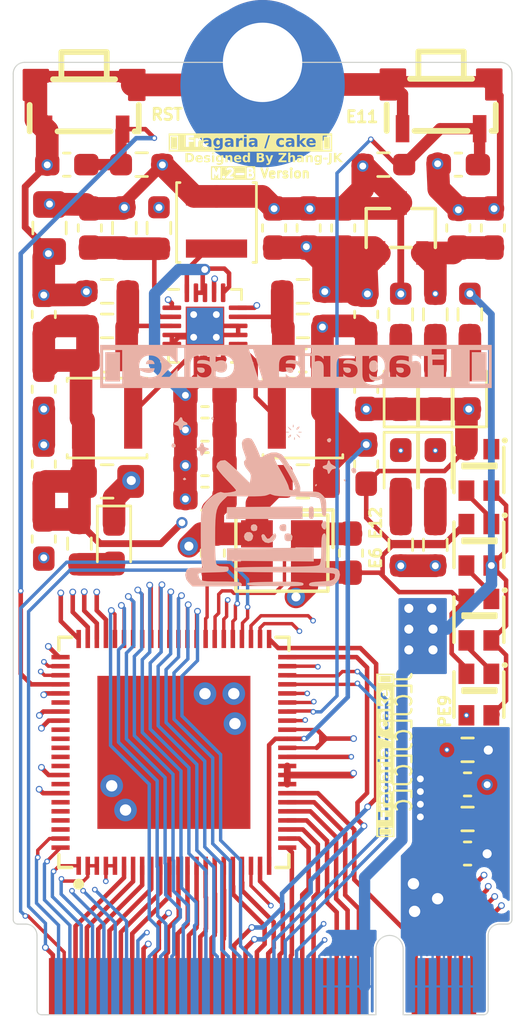
<source format=kicad_pcb>
(kicad_pcb (version 20221018) (generator pcbnew)
  (layers (0 "F.Cu" signal) (1 "In1.Cu" signal) (2 "In2.Cu" signal) (31 "B.Cu" signal) (34 "B.Paste" user) (35 "F.Paste" user) (36 "B.SilkS" user "B.Silkscreen") (37 "F.SilkS" user "F.Silkscreen") (38 "B.Mask" user) (39 "F.Mask" user) (44 "Edge.Cuts" user))
  (net 0 "")
  (net 1 "GND")
  (net 2 "/TPX1")
  (net 3 "/TPX2")
  (net 4 "/TPY1")
  (net 5 "/TPY2")
  (net 6 "/LCD_VSYNC")
  (net 7 "+5V")
  (net 8 "/LCD_HSYNC")
  (net 9 "/LCD_DE")
  (net 10 "/LCD_CLK")
  (net 11 "/LCD_D23")
  (net 12 "/BD-")
  (net 13 "/LCD_D22")
  (net 14 "/BD+")
  (net 15 "/LCD_D21")
  (net 16 "/U2_RX")
  (net 17 "/LCD_D20")
  (net 18 "/U2_TX")
  (net 19 "/LCD_D19")
  (net 20 "/LCD_D18")
  (net 21 "/SD_D1")
  (net 22 "/LCD_D17")
  (net 23 "/SD_D0")
  (net 24 "/LCD_D16")
  (net 25 "/SD_CLK")
  (net 26 "/LCD_D15")
  (net 27 "/SD_CMD")
  (net 28 "/LCD_D14")
  (net 29 "/SD_D3")
  (net 30 "/LCD_D13")
  (net 31 "/SD_D2")
  (net 32 "/LCD_D12")
  (net 33 "/SPI0_MOSI")
  (net 34 "/LCD_D11")
  (net 35 "/SPI0_MISO")
  (net 36 "/LCD_D10")
  (net 37 "/SPI0_CLK")
  (net 38 "/LCD_D9")
  (net 39 "/LCD_D8")
  (net 40 "/LED1")
  (net 41 "/LCD_D7")
  (net 42 "/LED0")
  (net 43 "/LCD_D6")
  (net 44 "/WS0")
  (net 45 "/LCD_D5")
  (net 46 "/WS1")
  (net 47 "/LCD_D4")
  (net 48 "/MICIN")
  (net 49 "/LCD_D3")
  (net 50 "/HPR")
  (net 51 "/LCD_D2")
  (net 52 "/HPL")
  (net 53 "/LCD_D1")
  (net 54 "/HPCOM")
  (net 55 "/LCD_D0")
  (net 56 "/RESET")
  (net 57 "/SW0")
  (net 58 "/HOSCI")
  (net 59 "/HOSCO")
  (net 60 "+1V1")
  (net 61 "+2V5")
  (net 62 "+3V3")
  (net 63 "/REF_DRAM")
  (net 64 "Net-(U3-FB1)")
  (net 65 "Net-(U3-FB2)")
  (net 66 "Net-(U3-FB3)")
  (net 67 "+3V0")
  (net 68 "Net-(D1-A)")
  (net 69 "Net-(D2-A)")
  (net 70 "Net-(D3-A)")
  (net 71 "Net-(D4-A)")
  (net 72 "Net-(D5-A)")
  (net 73 "Net-(D6-A)")
  (net 74 "/SPI0_CS")
  (net 75 "Net-(U3-LX1)")
  (net 76 "Net-(U3-LX2)")
  (net 77 "Net-(U3-LX3)")
  (net 79 "Net-(LED1-DI)")
  (net 80 "Net-(LED2-DI)")
  (net 81 "Net-(LED3-DI)")
  (footprint "kicad_lceda:SW-SMD_D-SWITCH_DS-THAM04-ABB-R" (layer "F.Cu") (at 38.1 23.8565 180)
    (fp_text reference "SW2" hide)
    (fp_text value "DS-THAM04-ABB-R" hide)
  )
  (footprint "kicad_lceda:SW-SMD_D-SWITCH_DS-THAM04-ABB-R" (layer "F.Cu") (at 22.352 23.876 180)
    (fp_text reference "SW1" hide)
    (fp_text value "DS-THAM04-ABB-R" hide)
  )
  (footprint "Resistor_SMD:R_0603_1608Metric_Pad0.98x0.95mm_HandSolder" (layer "F.Cu") (at 24.13 29.21 -90)
    (fp_text reference "R11" hide)
    (fp_text value "680kΩ" hide)
  )
  (footprint "Inductor_SMD:L_Changjiang_FNR3015S" (layer "F.Cu") (at 28.194 28.9672 -90)
    (fp_text reference "L3" hide)
    (fp_text value "2.2uH" hide)
  )
  (footprint "Package_DFN_QFN:WQFN-20-1EP_3x3mm_P0.4mm_EP1.7x1.7mm_ThermalVias" (layer "F.Cu") (at 27.686 33.528)
    (fp_text reference "U3" hide)
    (fp_text value "EA3036C" hide)
  )
  (footprint "LED_SMD:LED_0603_1608Metric_Pad1.05x0.95mm_HandSolder" (layer "F.Cu") (at 36.322 39.878 -90)
    (fp_text reference "D2" hide)
    (fp_text value "LED-G" hide)
  )
  (footprint "Capacitor_SMD:C_0603_1608Metric_Pad1.08x0.95mm_HandSolder" (layer "F.Cu") (at 28.0292 43.548 90)
    (fp_text reference "C4" hide)
    (fp_text value "18pF" hide)
  )
  (footprint "Resistor_SMD:R_0603_1608Metric_Pad0.98x0.95mm_HandSolder" (layer "F.Cu") (at 36.322 43.18 90)
    (fp_text reference "R2" hide)
    (fp_text value "2kΩ" hide)
  )
  (footprint "Capacitor_SMD:C_0603_1608Metric_Pad1.08x0.95mm_HandSolder" (layer "F.Cu") (at 34.798 39.624 -90)
    (fp_text reference "C10" hide)
    (fp_text value "0.1uF" hide)
  )
  (footprint "Capacitor_SMD:C_0603_1608Metric_Pad1.08x0.95mm_HandSolder" (layer "F.Cu") (at 20.574 36.322 -90)
    (fp_text reference "C19" hide)
    (fp_text value "0.1uF" hide)
  )
  (footprint "kicad_lceda:CRYSTAL-SMD_4P-L3.2-W2.5-BL" (layer "F.Cu") (at 31.0772 43.548 180)
    (fp_text reference "X1" hide)
    (fp_text value "SMD-3225_4P_24.000MHZ_18PF" hide)
  )
  (footprint "Capacitor_SMD:C_0603_1608Metric_Pad1.08x0.95mm_HandSolder" (layer "F.Cu") (at 32.004 35.052 180)
    (fp_text reference "C14" hide)
    (fp_text value "220pF" hide)
  )
  (footprint "LED_SMD:LED_0603_1608Metric_Pad1.05x0.95mm_HandSolder" (layer "F.Cu") (at 36.322 36.322 90)
    (fp_text reference "D4" hide)
    (fp_text value "LED-R" hide)
  )
  (footprint "LED_SMD:LED_0603_1608Metric_Pad1.05x0.95mm_HandSolder" (layer "F.Cu") (at 39.37 36.322 90)
    (fp_text reference "D3" hide)
    (fp_text value "LED-R" hide)
  )
  (footprint "Capacitor_SMD:C_0603_1608Metric_Pad1.08x0.95mm_HandSolder" (layer "F.Cu") (at 27.686 41.148)
    (fp_text reference "C24" hide)
    (fp_text value "10uF" hide)
  )
  (footprint "Capacitor_SMD:C_0603_1608Metric_Pad1.08x0.95mm_HandSolder" (layer "F.Cu") (at 23.368 35.052)
    (fp_text reference "C15" hide)
    (fp_text value "220pF" hide)
  )
  (footprint "kicad_lceda:LED-SMD_4P-L2.0-W2.0-TL_WS2812B-2020" (layer "F.Cu") (at 39.7676 39.878 -90)
    (fp_text reference "LED1" hide)
    (fp_text value "WS2812B-2020" hide)
  )
  (footprint "Resistor_SMD:R_0603_1608Metric_Pad0.98x0.95mm_HandSolder" (layer "F.Cu") (at 37.846 33.02 -90)
    (fp_text reference "R15" hide)
    (fp_text value "2kΩ" hide)
  )
  (footprint "Capacitor_SMD:C_0603_1608Metric_Pad1.08x0.95mm_HandSolder" (layer "F.Cu") (at 38.862 29.21 -90)
    (fp_text reference "C20" hide)
    (fp_text value "0.1uF" hide)
  )
  (footprint "Capacitor_SMD:C_0603_1608Metric_Pad1.08x0.95mm_HandSolder" (layer "F.Cu") (at 32.258 29.21 -90)
    (fp_text reference "C27" hide)
    (fp_text value "0.1uF" hide)
  )
  (footprint "Resistor_SMD:R_0603_1608Metric_Pad0.98x0.95mm_HandSolder" (layer "F.Cu") (at 35.56 26.416 180)
    (fp_text reference "R4" hide)
    (fp_text value "10kΩ" hide)
  )
  (footprint "Resistor_SMD:R_0603_1608Metric_Pad0.98x0.95mm_HandSolder" (layer "F.Cu") (at 39.2684 55.2704 180)
    (fp_text reference "R12" hide)
    (fp_text value "2kΩ" hide)
  )
  (footprint "Inductor_SMD:L_Changjiang_FNR3015S" (layer "F.Cu") (at 23.368 37.592)
    (fp_text reference "L2" hide)
    (fp_text value "2.2uH" hide)
  )
  (footprint "Capacitor_SMD:C_0805_2012Metric_Pad1.18x1.45mm_HandSolder" (layer "F.Cu") (at 23.368 40.386)
    (fp_text reference "C6" hide)
    (fp_text value "10uF" hide)
  )
  (footprint "Capacitor_SMD:C_0603_1608Metric_Pad1.08x0.95mm_HandSolder" (layer "F.Cu") (at 34.798 36.322 -90)
    (fp_text reference "C12" hide)
    (fp_text value "0.1uF" hide)
  )
  (footprint "Capacitor_SMD:C_0603_1608Metric_Pad1.08x0.95mm_HandSolder" (layer "F.Cu") (at 21.59 26.416)
    (fp_text reference "C1" hide)
    (fp_text value "0.1uF" hide)
  )
  (footprint "Capacitor_SMD:C_0805_2012Metric_Pad1.18x1.45mm_HandSolder" (layer "F.Cu") (at 20.828 29.21 -90)
    (fp_text reference "C7" hide)
    (fp_text value "10uF" hide)
  )
  (footprint "kicad_lceda:LED-SMD_4P-L2.0-W2.0-TL_WS2812B-2020" (layer "F.Cu") (at 39.7676 46.482 -90)
    (fp_text reference "LED3" hide)
    (fp_text value "WS2812B-2020" hide)
  )
  (footprint "Resistor_SMD:R_0603_1608Metric_Pad0.98x0.95mm_HandSolder" (layer "F.Cu") (at 25.654 29.21 -90)
    (fp_text reference "R7" hide)
    (fp_text value "150kΩ" hide)
  )
  (footprint "Capacitor_SMD:C_0603_1608Metric_Pad1.08x0.95mm_HandSolder" (layer "F.Cu") (at 27.686 39.624)
    (fp_text reference "C23" hide)
    (fp_text value "10uF" hide)
  )
  (footprint "Capacitor_SMD:C_0603_1608Metric_Pad1.08x0.95mm_HandSolder" (layer "F.Cu") (at 39.2684 56.7944)
    (fp_text reference "C8" hide)
    (fp_text value "0.1uF" hide)
  )
  (footprint "Capacitor_SMD:C_0603_1608Metric_Pad1.08x0.95mm_HandSolder" (layer "F.Cu") (at 22.606 29.21 -90)
    (fp_text reference "C16" hide)
    (fp_text value "220pF" hide)
  )
  (footprint "Capacitor_SMD:C_0603_1608Metric_Pad1.08x0.95mm_HandSolder" (layer "F.Cu") (at 27.686 36.576)
    (fp_text reference "C25" hide)
    (fp_text value "1uF" hide)
  )
  (footprint "Capacitor_SMD:C_0603_1608Metric_Pad1.08x0.95mm_HandSolder" (layer "F.Cu") (at 20.574 33.02 90)
    (fp_text reference "C11" hide)
    (fp_text value "1uF" hide)
  )
  (footprint "Capacitor_SMD:C_0603_1608Metric_Pad1.08x0.95mm_HandSolder" (layer "F.Cu") (at 20.574 42.926 -90)
    (fp_text reference "C17" hide)
    (fp_text value "0.1uF" hide)
  )
  (footprint "kicad_lceda:LED-SMD_4P-L2.0-W2.0-TL_WS2812B-2020" (layer "F.Cu") (at 39.7676 43.18 -90)
    (fp_text reference "LED2" hide)
    (fp_text value "WS2812B-2020" hide)
  )
  (footprint "Capacitor_SMD:C_0603_1608Metric_Pad1.08x0.95mm_HandSolder" (layer "F.Cu") (at 34.1252 43.548 90)
    (fp_text reference "C3" hide)
    (fp_text value "18pF" hide)
  )
  (footprint "Resistor_SMD:R_0603_1608Metric_Pad0.98x0.95mm_HandSolder" (layer "F.Cu") (at 22.1488 43.1292 -90)
    (fp_text reference "R16" hide)
    (fp_text value "2kΩ" hide)
  )
  (footprint "Resistor_SMD:R_0603_1608Metric_Pad0.98x0.95mm_HandSolder" (layer "F.Cu") (at 32.004 33.528 180)
    (fp_text reference "R9" hide)
    (fp_text value "130kΩ" hide)
  )
  (footprint "Capacitor_SMD:C_0603_1608Metric_Pad1.08x0.95mm_HandSolder" (layer "F.Cu") (at 40.386 29.21 -90)
    (fp_text reference "C21" hide)
    (fp_text value "10uF" hide)
  )
  (footprint "kicad_lceda:LED-SMD_4P-L2.0-W2.0-TL_WS2812B-2020" (layer "F.Cu") (at 39.7676 49.784 -90)
    (fp_text reference "LED4" hide)
    (fp_text value "WS2812B-2020" hide)
  )
  (footprint "LED_SMD:LED_0603_1608Metric_Pad1.05x0.95mm_HandSolder" (layer "F.Cu") (at 37.846 39.878 -90)
    (fp_text reference "D1" hide)
    (fp_text value "LED-R" hide)
  )
  (footprint "Resistor_SMD:R_0603_1608Metric_Pad0.98x0.95mm_HandSolder" (layer "F.Cu") (at 24.892 26.416)
    (fp_text reference "R3" hide)
    (fp_text value "10kΩ" hide)
  )
  (footprint "Resistor_SMD:R_0603_1608Metric_Pad0.98x0.95mm_HandSolder" (layer "F.Cu") (at 39.2684 52.2224)
    (fp_text reference "R8" hide)
    (fp_text value "2kΩ" hide)
  )
  (footprint "LED_SMD:LED_0603_1608Metric_Pad1.05x0.95mm_HandSolder" (layer "F.Cu") (at 23.6728 43.1292 -90)
    (fp_text reference "D6" hide)
    (fp_text value "LED-R" hide)
  )
  (footprint "Capacitor_SMD:C_0603_1608Metric_Pad1.08x0.95mm_HandSolder" (layer "F.Cu") (at 38.862 26.416)
    (fp_text reference "C2" hide)
    (fp_text value "0.1uF" hide)
  )
  (footprint "Resistor_SMD:R_0603_1608Metric_Pad0.98x0.95mm_HandSolder" (layer "F.Cu") (at 39.37 33.02 -90)
    (fp_text reference "R13" hide)
    (fp_text value "2kΩ" hide)
  )
  (footprint "kicad_lceda:SOT-23-3_L3.0-W1.7-P0.95-LS2.9-BR" (layer "F.Cu") (at 36.322 29.21 -90)
    (fp_text reference "U2" hide)
    (fp_text value "XC6206P302MR_C347375" hide)
  )
  (footprint "Resistor_SMD:R_0603_1608Metric_Pad0.98x0.95mm_HandSolder" (layer "F.Cu") (at 36.322 33.02 -90)
    (fp_text reference "R14" hide)
    (fp_text value "2kΩ" hide)
  )
  (footprint "Capacitor_SMD:C_0603_1608Metric_Pad1.08x0.95mm_HandSolder" (layer "F.Cu") (at 39.2684 53.7464 180)
    (fp_text reference "C13" hide)
    (fp_text value "0.1uF" hide)
  )
  (footprint "Capacitor_SMD:C_0603_1608Metric_Pad1.08x0.95mm_HandSolder" (layer "F.Cu") (at 33.782 29.21 -90)
    (fp_text reference "C26" hide)
    (fp_text value "0.1uF" hide)
  )
  (footprint "kicad_lceda:QFN-88_L10.0-W10.0-P0.40-BL-EP6.75" (layer "F.Cu") (at 26.3144 52.3338)
    (fp_text reference "U1" hide)
    (fp_text value "F1C200S" hide)
  )
  (footprint "Inductor_SMD:L_Changjiang_FNR3015S" (layer "F.Cu") (at 32.004 37.592 180)
    (fp_text reference "L1" hide)
    (fp_text value "2.2uH" hide)
  )
  (footprint "Capacitor_SMD:C_0603_1608Metric_Pad1.08x0.95mm_HandSolder" (layer "F.Cu") (at 30.734 29.21 -90)
    (fp_text reference "C28" hide)
    (fp_text value "0.1uF" hide)
  )
  (footprint "Resistor_SMD:R_0603_1608Metric_Pad0.98x0.95mm_HandSolder" (layer "F.Cu") (at 37.846 43.18 90)
    (fp_text reference "R1" hide)
    (fp_text value "2kΩ" hide)
  )
  (footprint "Capacitor_SMD:C_0603_1608Metric_Pad1.08x0.95mm_HandSolder" (layer "F.Cu") (at 20.574 39.624 90)
    (fp_text reference "C9" hide)
    (fp_text value "10uF" hide)
  )
  (footprint "Capacitor_SMD:C_0603_1608Metric_Pad1.08x0.95mm_HandSolder" (layer "F.Cu") (at 27.686 38.1)
    (fp_text reference "C22" hide)
    (fp_text value "10uF" hide)
  )
  (footprint "Capacitor_SMD:C_0603_1608Metric_Pad1.08x0.95mm_HandSolder" (layer "F.Cu") (at 34.798 33.02 90)
    (fp_text reference "C18" hide)
    (fp_text value "0.1uF" hide)
  )
  (footprint "Resistor_SMD:R_0603_1608Metric_Pad0.98x0.95mm_HandSolder" (layer "F.Cu") (at 32.004 32.004 180)
    (fp_text reference "R5" hide)
    (fp_text value "150kΩ" hide)
  )
  (footprint "LED_SMD:LED_0603_1608Metric_Pad1.05x0.95mm_HandSolder" (layer "F.Cu") (at 37.846 36.322 90)
    (fp_text reference "D5" hide)
    (fp_text value "LED-R" hide)
  )
  (footprint "M.2-Templates:M.2-B-KEY" (layer "F.Cu") (at 30.226 63.906)
    (fp_text reference "111" hide)
    (fp_text value "M.2-B-KEY" hide)
    (fp_line (start -11 -41.5) (end -11 -4.2) (stroke (width 0.05)) (layer "Edge.Cuts"))
    (fp_line (start -10.8 -4) (end -10.45 -4) (stroke (width 0.05)) (layer "Edge.Cuts"))
    (fp_line (start -9.95 -3.5) (end -9.95 -0.2) (stroke (width 0.05)) (layer "Edge.Cuts"))
    (fp_line (start -9.75 0) (end 5 0) (stroke (width 0.05)) (layer "Edge.Cuts"))
    (fp_line (start 5 -2.9) (end 5 0) (stroke (width 0.05)) (layer "Edge.Cuts"))
    (fp_line (start 6.2 -2.9) (end 6.2 0) (stroke (width 0.05)) (layer "Edge.Cuts"))
    (fp_line (start 6.2 0) (end 9.75 0) (stroke (width 0.05)) (layer "Edge.Cuts"))
    (fp_line (start 9.95 -0.2) (end 9.95 -3.5) (stroke (width 0.05)) (layer "Edge.Cuts"))
    (fp_line (start 10.45 -4) (end 10.8 -4) (stroke (width 0.05)) (layer "Edge.Cuts"))
    (fp_line (start 10.5 -42) (end -10.5 -42) (stroke (width 0.05)) (layer "Edge.Cuts"))
    (fp_line (start 11 -4.2) (end 11 -41.5) (stroke (width 0.05)) (layer "Edge.Cuts"))
    (fp_arc (start -11 -41.5) (mid -10.853553 -41.853553) (end -10.5 -42) (stroke (width 0.05)) (layer "Edge.Cuts"))
    (fp_arc (start -10.8 -4) (mid -10.941421 -4.058579) (end -11 -4.2) (stroke (width 0.05)) (layer "Edge.Cuts"))
    (fp_arc (start -10.45 -4) (mid -10.096447 -3.853553) (end -9.95 -3.5) (stroke (width 0.05)) (layer "Edge.Cuts"))
    (fp_arc (start -9.75 0) (mid -9.891421 -0.058579) (end -9.95 -0.2) (stroke (width 0.05)) (layer "Edge.Cuts"))
    (fp_arc (start 5 -2.9) (mid 5.175736 -3.324264) (end 5.6 -3.5) (stroke (width 0.05)) (layer "Edge.Cuts"))
    (fp_arc (start 5.6 -3.5) (mid 6.024264 -3.324264) (end 6.2 -2.9) (stroke (width 0.05)) (layer "Edge.Cuts"))
    (fp_arc (start 9.95 -3.5) (mid 10.096447 -3.853553) (end 10.45 -4) (stroke (width 0.05)) (layer "Edge.Cuts"))
    (fp_arc (start 9.95 -0.2) (mid 9.891421 -0.058579) (end 9.75 0) (stroke (width 0.05)) (layer "Edge.Cuts"))
    (fp_arc (start 10.5 -42) (mid 10.853553 -41.853553) (end 11 -41.5) (stroke (width 0.05)) (layer "Edge.Cuts"))
    (fp_arc (start 11 -4.2) (mid 10.941421 -4.058579) (end 10.8 -4) (stroke (width 0.05)) (layer "Edge.Cuts"))
  )
  (footprint "Resistor_SMD:R_0603_1608Metric_Pad0.98x0.95mm_HandSolder" (layer "F.Cu") (at 23.368 32.004)
    (fp_text reference "R6" hide)
    (fp_text value "150kΩ" hide)
  )
  (footprint "Capacitor_SMD:C_0805_2012Metric_Pad1.18x1.45mm_HandSolder" (layer "F.Cu") (at 32.004 40.386 180)
    (fp_text reference "C5" hide)
    (fp_text value "10uF" hide)
  )
  (footprint "Resistor_SMD:R_0603_1608Metric_Pad0.98x0.95mm_HandSolder" (layer "F.Cu") (at 23.368 33.528)
    (fp_text reference "R10" hide)
    (fp_text value "470kΩ" hide)
  )
  (footprint "LOGO" (layer "B.Cu") (at 30.226 41.656 180)
    (fp_text reference "G***" hide)
    (fp_text value "LOGO" hide)
  )
  (gr_text " Fragaria / cake " (at 40.2844 35.9776) (layer "B.SilkS" knockout) (effects (font (size 1.2 1.2) (thickness 0.2) bold) (justify left bottom mirror)))
  (gr_text " Fragaria / cake " (at 26.1112 25.716) (layer "F.SilkS" knockout) (effects (font (size 0.5 0.5) (thickness 0.125) bold) (justify left bottom)))
  (gr_text "PE9\n" (at 38.5572 51.3192 90) (layer "F.SilkS") (effects (font (size 0.5 0.5) (thickness 0.12) bold) (justify left bottom)))
  (gr_text "E6 E12" (at 35.5092 44.3088 90) (layer "F.SilkS") (effects (font (size 0.5 0.5) (thickness 0.12) bold) (justify left bottom)))
  (gr_text "E11\n" (at 33.8328 24.5984) (layer "F.SilkS") (effects (font (size 0.5 0.5) (thickness 0.12) bold) (justify left bottom)))
  (gr_text "Version" (at 30.0736 27.0368) (layer "F.SilkS") (effects (font (size 0.4 0.4) (thickness 0.1) bold) (justify left bottom)))
  (gr_text "M.2-B" (at 27.8892 27.0368) (layer "F.SilkS" knockout) (effects (font (size 0.4 0.4) (thickness 0.1) bold) (justify left bottom)))
  (gr_text "JLCJLCJLCJLC" (at 36.8808 48.7284 90) (layer "F.SilkS") (effects (font (size 0.7 0.6) (thickness 0.1) bold) (justify left bottom mirror)))
  (gr_text "Designed By Zhang-JK" (at 26.7716 26.3764) (layer "F.SilkS") (effects (font (size 0.4 0.4) (thickness 0.075) bold) (justify left bottom)))
  (gr_text " Fragaria / cake " (at 35.9156 56.0436 90) (layer "F.SilkS" knockout) (effects (font (size 0.5 0.5) (thickness 0.125) bold) (justify left bottom)))
  (gr_text "RST\n" (at 25.2476 24.4968) (layer "F.SilkS") (effects (font (size 0.5 0.5) (thickness 0.12) bold) (justify left bottom)))
  (segment (start 26.2235 32.728) (end 26.2235 32.5339) (width 0.2) (layer "F.Cu") (net 1))
  (segment (start 28.086 31.476974) (end 28.111488 31.451486) (width 0.2) (layer "F.Cu") (net 1))
  (segment (start 32.9165 32.004) (end 32.9165 30.731) (width 1) (layer "F.Cu") (net 1))
  (segment (start 35.975 22.8815) (end 36.095 22.7615) (width 0.5) (layer "F.Cu") (net 1))
  (segment (start 39.2176 37.3494) (end 39.2176 38.963) (width 1) (layer "F.Cu") (net 1))
  (segment (start 19.753 27.3905) (end 20.7163 26.4272) (width 0.3) (layer "F.Cu") (net 1))
  (segment (start 34.848 30.0725) (end 35.1335 30.0725) (width 1) (layer "F.Cu") (net 1))
  (segment (start 34.798 32.1575) (end 34.343 32.1575) (width 1) (layer "F.Cu") (net 1))
  (segment (start 35.93526 43.2316) (end 38.251 43.2316) (width 0.2) (layer "F.Cu") (net 1))
  (segment (start 36.24886 45.267) (end 35.522 44.54014) (width 0.2) (layer "F.Cu") (net 1))
  (segment (start 35.39236 44.4105) (end 34.1252 44.4105) (width 0.2) (layer "F.Cu") (net 1))
  (segment (start 35.87436 43.0675) (end 34.798 41.99114) (width 0.2) (layer "F.Cu") (net 1))
  (segment (start 40.4368 28.3576) (end 40.4368 28.2967) (width 0.3) (layer "F.Cu") (net 1))
  (segment (start 29.1485 32.728) (end 29.8688 32.728) (width 0.2) (layer "F.Cu") (net 1))
  (segment (start 37.9995 26.416) (end 37.9476 26.3764) (width 1) (layer "F.Cu") (net 1))
  (segment (start 28.186 33.323442) (end 28.186 33.028) (width 0.2) (layer "F.Cu") (net 1))
  (segment (start 23.6728 41.1187) (end 24.4348 40.3567) (width 1) (layer "F.Cu") (net 1))
  (segment (start 34.798 41.99114) (end 34.798 40.4865) (width 0.2) (layer "F.Cu") (net 1))
  (segment (start 21.3144 50.9338) (end 20.790136 50.9338) (width 0.2) (layer "F.Cu") (net 1))
  (segment (start 39.319 37.197) (end 39.3192 37.1968) (width 1) (layer "F.Cu") (net 1))
  (segment (start 36.3095 37.1845) (end 36.322 37.197) (width 1) (layer "F.Cu") (net 1))
  (segment (start 39.37 37.197) (end 39.2176 37.3494) (width 1) (layer "F.Cu") (net 1))
  (segment (start 36.4 23.3065) (end 35.975 22.8815) (width 0.5) (layer "F.Cu") (net 1))
  (segment (start 26.2235 34.328) (end 26.2235 33.928) (width 0.2) (layer "F.Cu") (net 1))
  (segment (start 35.975 22.8815) (end 30.6015 22.8815) (width 1) (layer "F.Cu") (net 1))
  (segment (start 28.5485 38.1) (end 28.5485 36.576) (width 1) (layer "F.Cu") (net 1))
  (segment (start 20.790136 50.9338) (end 20.4724 51.251536) (width 0.2) (layer "F.Cu") (net 1))
  (segment (start 34.798 37.1845) (end 34.798 37.1968) (width 1) (layer "F.Cu") (net 1))
  (segment (start 22.4443 32.0152) (end 22.4536 32.0152) (width 1) (layer "F.Cu") (net 1))
  (segment (start 24.4348 40.3567) (end 24.4348 40.3464) (width 1) (layer "F.Cu") (net 1))
  (segment (start 24.4451 40.3464) (end 24.4055 40.386) (width 1) (layer "F.Cu") (net 1))
  (segment (start 28.0292 42.6855) (end 28.0292 41.6673) (width 1) (layer "F.Cu") (net 1))
  (segment (start 26.2235 33.928) (end 27.086 33.928) (width 0.2) (layer "F.Cu") (net 1))
  (segment (start 29.9772 42.698) (end 28.0417 42.698) (width 1) (layer "F.Cu") (net 1))
  (segment (start 32.258 30.0725) (end 33.782 30.0725) (width 1) (layer "F.Cu") (net 1))
  (segment (start 30.6015 22.8815) (end 30.226 22.506) (width 1) (layer "F.Cu") (net 1))
  (segment (start 20.652 24.851) (end 20.227 24.426) (width 1) (layer "F.Cu") (net 1))
  (segment (start 20.7264 26.4171) (end 20.7275 26.416) (width 0.3) (layer "F.Cu") (net 1))
  (segment (start 24.4348 40.3464) (end 24.4451 40.3464) (width 1) (layer "F.Cu") (net 1))
  (segment (start 34.8488 32.1168) (end 34.798 30.885) (width 1) (layer "F.Cu") (net 1))
  (segment (start 29.1485 33.928) (end 28.286 33.928) (width 0.2) (layer "F.Cu") (net 1))
  (segment (start 33.679 32.004) (end 35.372 30.311) (width 1) (layer "F.Cu") (net 1))
  (segment (start 26.2235 34.328) (end 26.5235 34.028) (width 0.2) (layer "F.Cu") (net 1))
  (segment (start 21.3144 54.1338) (end 20.5438 54.1338) (width 0.2) (layer "F.Cu") (net 1))
  (segment (start 20.574 38.7615) (end 20.574 38.7716) (width 1) (layer "F.Cu") (net 1))
  (segment (start 29.1485 33.928) (end 29.1485 33.528) (width 0.2) (layer "F.Cu") (net 1))
  (segment (start 20.574 38.7716) (end 20.574 37.1968) (width 1) (layer "F.Cu") (net 1))
  (segment (start 28.390558 33.528) (end 28.186 33.323442) (width 0.2) (layer "F.Cu") (net 1))
  (segment (start 20.574 37.1968) (end 20.574 37.1845) (width 1) (layer "F.Cu") (net 1))
  (segment (start 20.5438 54.1338) (end 20.3708 53.9608) (width 0.2) (layer "F.Cu") (net 1))
  (segment (start 29.1485 33.528) (end 28.390558 33.528) (width 0.2) (layer "F.Cu") (net 1))
  (segment (start 33.782 31.1385) (end 32.9165 32.004) (width 1) (layer "F.Cu") (net 1))
  (segment (start 36.095 22.7615) (end 40.105 22.7615) (width 0.5) (layer "F.Cu") (net 1))
  (segment (start 32.1772 44.398) (end 32.1772 44.9992) (width 1) (layer "F.Cu") (net 1))
  (segment (start 20.574 30.5015) (end 20.7367 30.3388) (width 1) (layer "F.Cu") (net 1))
  (segment (start 39.2176 45.567) (end 38.8676 45.567) (width 0.2) (layer "F.Cu") (net 1))
  (segment (start 24.477 22.901) (end 29.831 22.901) (width 1) (layer "F.Cu") (net 1))
  (segment (start 20.7163 26.4272) (end 20.7264 26.4272) (width 0.3) (layer "F.Cu") (net 1))
  (segment (start 39.3194 37.197) (end 39.37 37.197) (width 1) (layer "F.Cu") (net 1))
  (segment (start 37.846 37.197) (end 39.319 37.197) (width 1) (layer "F.Cu") (net 1))
  (segment (start 20.7367 30.3388) (end 20.7772 30.3388) (width 1) (layer "F.Cu") (net 1))
  (segment (start 27.086 33.928) (end 27.186 34.028) (width 0.2) (layer "F.Cu") (net 1))
  (segment (start 27.5313 42.6855) (end 26.9748 43.242) (width 1) (layer "F.Cu") (net 1))
  (segment (start 20.4724 51.251536) (end 20.4724 51.2684) (width 0.2) (layer "F.Cu") (net 1))
  (segment (start 32.1179 30.0725) (end 32.1564 30.034) (width 1) (layer "F.Cu") (net 1))
  (segment (start 36.24886 45.267) (end 35.39236 44.4105) (width 0.2) (layer "F.Cu") (net 1))
  (segment (start 32.9165 32.004) (end 32.958 32.004) (width 1) (layer "F.Cu") (net 1))
  (segment (start 28.086 32.0655) (end 28.086 31.476974) (width 0.2) (layer "F.Cu") (net 1))
  (segment (start 34.798 30.885) (end 35.372 30.311) (width 1) (layer "F.Cu") (net 1))
  (segment (start 29.9772 41.3753) (end 30.9665 40.386) (width 1) (layer "F.Cu") (net 1))
  (segment (start 40.105 22.7615) (end 40.225 22.8815) (width 0.5) (layer "F.Cu") (net 1))
  (segment (start 19.753 29.1725) (end 19.753 27.3905) (width 0.3) (layer "F.Cu") (net 1))
  (segment (start 20.227 24.426) (end 20.227 22.901) (width 1) (layer "F.Cu") (net 1))
  (segment (start 32.9165 32.004) (end 34.848 30.0725) (width 1) (layer "F.Cu") (net 1))
  (segment (start 38.8676 45.567) (end 38.5676 45.267) (width 0.2) (layer "F.Cu") (net 1))
  (segment (start 38.5676 47.971264) (end 38.5676 46.217) (width 0.2) (layer "F.Cu") (net 1))
  (segment (start 36.322 37.197) (end 37.846 37.197) (width 1) (layer "F.Cu") (net 1))
  (segment (start 22.302 32.1575) (end 22.4443 32.0152) (width 1) (layer "F.Cu") (net 1))
  (segment (start 28.0292 41.6673) (end 28.5485 41.148) (width 1) (layer "F.Cu") (net 1))
  (segment (start 35.1335 30.0725) (end 35.372 30.311) (width 1) (layer "F.Cu") (net 1))
  (segment (start 40.4368 28.2967) (end 40.712 28.0215) (width 0.3) (layer "F.Cu") (net 1))
  (segment (start 35.3565 39.928) (end 38.2526 39.928) (width 0.2) (layer "F.Cu") (net 1))
  (segment (start 20.7264 26.4272) (end 20.7264 26.4171) (width 0.3) (layer "F.Cu") (net 1))
  (segment (start 26.2235 32.5339) (end 26.0604 32.3708) (width 0.2) (layer "F.Cu") (net 1))
  (segment (start 20.597 22.531) (end 24.107 22.531) (width 0.5) (layer "F.Cu") (net 1))
  (segment (start 24.107 22.531) (end 24.477 22.901) (width 0.5) (layer "F.Cu") (net 1))
  (segment (start 29.8688 32.728) (end 29.972 32.6248) (width 0.2) (layer "F.Cu") (net 1))
  (segment (start 32.1772 44.398) (end 34.1127 44.398) (width 1) (layer "F.Cu") (net 1))
  (segment (start 33.782 30.0725) (end 33.782 31.1385) (width 1) (layer "F.Cu") (net 1))
  (segment (start 20.828 30.2475) (end 19.753 29.1725) (width 0.3) (layer "F.Cu") (net 1))
  (segment (start 28.286 33.928) (end 28.186 34.028) (width 0.2) (layer "F.Cu") (net 1))
  (segment (start 38.862 28.4084) (end 38.9229 28.4084) (width 1) (layer "F.Cu") (net 1))
  (segment (start 20.7275 24.9265) (end 20.652 24.851) (width 1) (layer "F.Cu") (net 1))
  (segment (start 35.522 44.54014) (end 35.522 43.64486) (width 0.2) (layer "F.Cu") (net 1))
  (segment (start 37.9476 26.3764) (end 37.9995 27.485) (width 1) (layer "F.Cu") (net 1))
  (segment (start 28.0417 42.698) (end 28.0292 42.6855) (width 1) (layer "F.Cu") (net 1))
  (segment (start 38.251 43.2316) (end 39.2176 42.265) (width 0.2) (layer "F.Cu") (net 1))
  (segment (start 34.1127 44.398) (end 34.1252 44.4105) (width 1) (layer "F.Cu") (net 1))
  (segment (start 22.4536 32.0059) (end 22.4555 32.004) (width 1) (layer "F.Cu") (net 1))
  (segment (start 38.5676 45.267) (end 36.24886 45.267) (width 0.2) (layer "F.Cu") (net 1))
  (segment (start 32.958 32.004) (end 32.9692 32.0152) (width 1) (layer "F.Cu") (net 1))
  (segment (start 38.2526 39.928) (end 39.2176 38.963) (width 0.2) (layer "F.Cu") (net 1))
  (segment (start 20.7772 30.3388) (end 20.7772 30.2983) (width 1) (layer "F.Cu") (net 1))
  (segment (start 20.7275 26.416) (end 20.7275 24.9265) (width 1) (layer "F.Cu") (net 1))
  (segment (start 39.2176 42.14354) (end 38.29364 43.0675) (width 0.2) (layer "F.Cu") (net 1))
  (segment (start 40.712 28.0215) (end 40.712 23.3685) (width 0.3) (layer "F.Cu") (net 1))
  (segment (start 32.1949 30.0725) (end 32.258 30.0725) (width 1) (layer "F.Cu") (net 1))
  (segment (start 32.9165 30.731) (end 32.258 30.0725) (width 1) (layer "F.Cu") (net 1))
  (segment (start 28.5485 41.148) (end 28.5485 39.624) (width 1) (layer "F.Cu") (net 1))
  (segment (start 20.227 22.901) (end 20.597 22.531) (width 0.5) (layer "F.Cu") (net 1))
  (segment (start 38.862 28.3475) (end 38.862 28.4084) (width 1) (layer "F.Cu") (net 1))
  (segment (start 29.9772 42.698) (end 29.9772 41.3753) (width 1) (layer "F.Cu") (net 1))
  (segment (start 34.798 40.4865) (end 35.3565 39.928) (width 0.2) (layer "F.Cu") (net 1))
  (segment (start 32.9804 32.004) (end 33.679 32.004) (width 1) (layer "F.Cu") (net 1))
  (segment (start 20.574 32.1575) (end 20.574 30.5015) (width 1) (layer "F.Cu") (net 1))
  (segment (start 20.574 32.1676) (end 22.302 32.1575) (width 1) (layer "F.Cu") (net 1))
  (segment (start 40.3759 28.3576) (end 40.4368 28.3576) (width 0.3) (layer "F.Cu") (net 1))
  (segment (start 32.9165 32.004) (end 34.6445 32.004) (width 1) (layer "F.Cu") (net 1))
  (segment (start 39.2176 48.621264) (end 38.5676 47.971264) (width 0.2) (layer "F.Cu") (net 1))
  (segment (start 36.4 24.8315) (end 36.4 23.3065) (width 0.5) (layer "F.Cu") (net 1))
  (segment (start 37.9995 27.485) (end 38.862 28.3475) (width 1) (layer "F.Cu") (net 1))
  (segment (start 34.343 32.1575) (end 32.258 30.0725) (width 1) (layer "F.Cu") (net 1))
  (segment (start 40.386 28.3475) (end 40.3759 28.3576) (width 0.3) (layer "F.Cu") (net 1))
  (segment (start 38.862 28.3475) (end 40.386 28.3475) (width 1) (layer "F.Cu") (net 1))
  (segment (start 34.798 37.1968) (end 36.3095 37.1845) (width 1) (layer "F.Cu") (net 1))
  (segment (start 29.831 22.901) (end 30.226 22.506) (width 1) (layer "F.Cu") (net 1))
  (segment (start 28.5485 39.624) (end 28.5485 38.1) (width 1) (layer "F.Cu") (net 1))
  (segment (start 40.712 23.3685) (end 40.225 22.8815) (width 0.3) (layer "F.Cu") (net 1))
  (segment (start 26.5235 34.028) (end 27.186 34.028) (width 0.2) (layer "F.Cu") (net 1))
  (segment (start 34.6445 32.004) (end 34.798 32.1575) (width 1) (layer "F.Cu") (net 1))
  (segment (start 20.7772 30.2983) (end 20.828 30.2475) (width 1) (layer "F.Cu") (net 1))
  (segment (start 35.522 43.64486) (end 35.93526 43.2316) (width 0.2) (layer "F.Cu") (net 1))
  (segment (start 32.1772 44.9992) (end 31.6992 45.4772) (width 1) (layer "F.Cu") (net 1))
  (segment (start 38.5676 46.217) (end 39.2176 45.567) (width 0.2) (layer "F.Cu") (net 1))
  (segment (start 34.798 32.1575) (end 34.8488 32.1168) (width 1) (layer "F.Cu") (net 1))
  (segment (start 30.734 30.0725) (end 32.1179 30.0725) (width 1) (layer "F.Cu") (net 1))
  (segment (start 32.9692 32.0152) (end 32.9804 32.004) (width 1) (layer "F.Cu") (net 1))
  (segment (start 23.6728 42.2542) (end 23.6728 41.1187) (width 1) (layer "F.Cu") (net 1))
  (segment (start 39.3192 37.1968) (end 39.3194 37.197) (width 1) (layer "F.Cu") (net 1))
  (segment (start 32.1564 30.034) (end 32.1949 30.0725) (width 1) (layer "F.Cu") (net 1))
  (segment (start 33.782 30.0725) (end 35.1335 30.0725) (width 1) (layer "F.Cu") (net 1))
  (segment (start 22.4536 32.0152) (end 22.4536 32.0059) (width 1) (layer "F.Cu") (net 1))
  (segment (start 38.9229 28.4084) (end 38.862 28.3475) (width 1) (layer "F.Cu") (net 1))
  (segment (start 39.2176 42.265) (end 39.2176 42.14354) (width 0.2) (layer "F.Cu") (net 1))
  (segment (start 28.0292 42.6855) (end 27.5313 42.6855) (width 1) (layer "F.Cu") (net 1))
  (segment (start 20.574 32.1575) (end 20.574 32.1676) (width 1) (layer "F.Cu") (net 1))
  (segment (start 38.29364 43.0675) (end 35.87436 43.0675) (width 0.2) (layer "F.Cu") (net 1))
  (segment (start 39.2176 48.869) (end 39.2176 48.621264) (width 0.2) (layer "F.Cu") (net 1))
  (via (at 40.1828 52.2336) (size 0.8) (drill 0.4) (layers "F.Cu" "B.Cu") (net 1))
  (via (at 37.1856 53.5036) (size 0.5) (drill 0.3) (layers "F.Cu" "B.Cu") (net 1))
  (via (at 23.5712 53.8084) (size 1) (drill 0.5) (layers "F.Cu" "B.Cu") (net 1))
  (via (at 37.9476 26.3764) (size 0.5) (drill 0.3) (layers "F.Cu" "B.Cu") (net 1))
  (via (at 20.7772 30.3388) (size 0.5) (drill 0.3) (layers "F.Cu" "B.Cu") (net 1))
  (via (at 31.6992 45.4772) (size 0.8) (drill 0.4) (layers "F.Cu" "B.Cu") (net 1))
  (via (at 22.4536 32.0152) (size 0.5) (drill 0.3) (layers "F.Cu" "B.Cu") (net 1))
  (via (at 37.1856 54.0624) (size 0.5) (drill 0.3) (layers "F.Cu" "B.Cu") (net 1))
  (via (at 29.972 32.6248) (size 0.3) (drill 0.2) (layers "F.Cu" "B.Cu") (net 1))
  (via (at 37.1856 55.18) (size 0.5) (drill 0.3) (layers "F.Cu" "B.Cu") (net 1))
  (via (at 20.7264 26.4272) (size 0.5) (drill 0.3) (layers "F.Cu" "B.Cu") (net 1))
  (via (at 20.4724 51.2684) (size 0.3) (drill 0.2) (layers "F.Cu" "B.Cu") (net 1))
  (via (at 34.798 37.1968) (size 0.5) (drill 0.3) (layers "F.Cu" "B.Cu") (net 1))
  (via (at 36.9316 59.3456) (size 1) (drill 0.5) (layers "F.Cu" "B.Cu") (net 1))
  (via (at 28.956 49.7444) (size 1) (drill 0.5) (layers "F.Cu" "B.Cu") (net 1))
  (via (at 28.111488 31.451486) (size 0.3) (drill 0.2) (layers "F.Cu" "B.Cu") (net 1))
  (via (at 40.132 56.8056) (size 0.8) (drill 0.4) (layers "F.Cu" "B.Cu") (net 1))
  (via (at 26.0604 32.3708) (size 0.3) (drill 0.2) (layers "F.Cu" "B.Cu") (net 1))
  (via (at 26.9748 43.242) (size 0.8) (drill 0.4) (layers "F.Cu" "B.Cu") (net 1))
  (via (at 29.0068 51.0652) (size 1) (drill 0.5) (layers "F.Cu" "B.Cu") (net 1))
  (via (at 20.574 43.75) (size 0.5) (drill 0.3) (layers "F.Cu" "B.Cu") (net 1))
  (via (at 37.9476 58.7868) (size 1) (drill 0.5) (layers "F.Cu" "B.Cu") (net 1))
  (via (at 27.686 49.7444) (size 1) (drill 0.5) (layers "F.Cu" "B.Cu") (net 1))
  (via (at 32.1564 30.034) (size 0.5) (drill 0.3) (layers "F.Cu" "B.Cu") (net 1))
  (via (at 34.8488 32.1168) (size 0.5) (drill 0.3) (layers "F.Cu" "B.Cu") (net 1))
  (via (at 20.574 32.1676) (size 0.5) (drill 0.3) (layers "F.Cu" "B.Cu") (net 1))
  (via (at 36.8808 58.1264) (size 1) (drill 0.5) (layers "F.Cu" "B.Cu") (net 1))
  (via (at 20.3708 53.9608) (size 0.3) (drill 0.2) (layers "F.Cu" "B.Cu") (net 1))
  (via (at 24.1808 54.8752) (size 1) (drill 0.5) (layers "F.Cu" "B.Cu") (net 1))
  (via (at 20.574 38.7716) (size 0.5) (drill 0.3) (layers "F.Cu" "B.Cu") (net 1))
  (via (at 20.574 37.1968) (size 0.5) (drill 0.3) (layers "F.Cu" "B.Cu") (net 1))
  (via (at 24.4348 40.3464) (size 0.8) (drill 0.4) (layers "F.Cu" "B.Cu") (net 1))
  (via (at 32.9692 32.0152) (size 0.5) (drill 0.3) (layers "F.Cu" "B.Cu") (net 1))
  (via (at 40.4368 28.3576) (size 0.5) (drill 0.3) (layers "F.Cu" "B.Cu") (net 1))
  (via (at 38.862 28.4084) (size 0.5) (drill 0.3) (layers "F.Cu" "B.Cu") (net 1))
  (via (at 25.654 28.3068) (size 0.5) (drill 0.3) (layers "F.Cu" "B.Cu") (net 1))
  (via (at 39.3192 37.1968) (size 0.5) (drill 0.3) (layers "F.Cu" "B.Cu") (net 1))
  (via (at 37.1856 54.6212) (size 0.5) (drill 0.3) (layers "F.Cu" "B.Cu") (net 1))
  (segment (start 39.476 62.656) (end 39.476 60.377665) (width 0.2) (layer "F.Cu") (net 2))
  (segment (start 22.1144 47.3338) (end 21.325208 46.544608) (width 0.2) (layer "F.Cu") (net 2))
  (segment (start 39.476 60.377665) (end 40.761937 59.091728) (width 0.2) (layer "F.Cu") (net 2))
  (segment (start 21.325208 46.544608) (end 21.325208 45.302808) (width 0.2) (layer "F.Cu") (net 2))
  (via (at 21.325208 45.302808) (size 0.3) (drill 0.2) (layers "F.Cu" "B.Cu") (net 2))
  (via (at 40.761937 59.091728) (size 0.3) (drill 0.2) (layers "F.Cu" "B.Cu") (net 2))
  (segment (start 22.5144 47.3338) (end 22.5144 46.809536) (width 0.2) (layer "F.Cu") (net 3))
  (segment (start 38.976 60.178266) (end 40.464312 58.689954) (width 0.2) (layer "F.Cu") (net 3))
  (segment (start 21.851997 46.147133) (end 21.851997 45.2628) (width 0.2) (layer "F.Cu") (net 3))
  (segment (start 22.5144 46.809536) (end 21.851997 46.147133) (width 0.2) (layer "F.Cu") (net 3))
  (segment (start 38.976 62.656) (end 38.976 60.178266) (width 0.2) (layer "F.Cu") (net 3))
  (via (at 21.851997 45.2628) (size 0.3) (drill 0.2) (layers "F.Cu" "B.Cu") (net 3))
  (via (at 40.464312 58.689954) (size 0.3) (drill 0.2) (layers "F.Cu" "B.Cu") (net 3))
  (segment (start 40.1256 58.342886) (end 40.182111 58.286375) (width 0.2) (layer "F.Cu") (net 4))
  (segment (start 22.360095 46.089545) (end 22.360095 45.252949) (width 0.2) (layer "F.Cu") (net 4))
  (segment (start 38.476 62.656) (end 38.476 60.043286) (width 0.2) (layer "F.Cu") (net 4))
  (segment (start 40.182111 58.286375) (end 40.182111 58.241487) (width 0.2) (layer "F.Cu") (net 4))
  (segment (start 22.9144 46.64385) (end 22.360095 46.089545) (width 0.2) (layer "F.Cu") (net 4))
  (segment (start 40.1256 58.393685) (end 40.1256 58.342886) (width 0.2) (layer "F.Cu") (net 4))
  (segment (start 22.9144 47.3338) (end 22.9144 46.64385) (width 0.2) (layer "F.Cu") (net 4))
  (segment (start 38.476 60.043286) (end 40.1256 58.393685) (width 0.2) (layer "F.Cu") (net 4))
  (via (at 40.182111 58.241487) (size 0.3) (drill 0.2) (layers "F.Cu" "B.Cu") (net 4))
  (via (at 22.360095 45.252949) (size 0.3) (drill 0.2) (layers "F.Cu" "B.Cu") (net 4))
  (segment (start 39.7256 58.228) (end 39.7256 58.0136) (width 0.2) (layer "F.Cu") (net 5))
  (segment (start 23.3144 46.478164) (end 22.9108 46.074564) (width 0.2) (layer "F.Cu") (net 5))
  (segment (start 37.976 62.656) (end 37.976 59.9776) (width 0.2) (layer "F.Cu") (net 5))
  (segment (start 39.7256 58.0136) (end 39.994285 57.744915) (width 0.2) (layer "F.Cu") (net 5))
  (segment (start 37.976 59.9776) (end 39.7256 58.228) (width 0.2) (layer "F.Cu") (net 5))
  (segment (start 23.3144 47.3338) (end 23.3144 46.478164) (width 0.2) (layer "F.Cu") (net 5))
  (segment (start 22.9108 46.074564) (end 22.9108 45.2628) (width 0.2) (layer "F.Cu") (net 5))
  (via (at 39.994285 57.744915) (size 0.3) (drill 0.2) (layers "F.Cu" "B.Cu") (net 5))
  (via (at 22.9108 45.2628) (size 0.3) (drill 0.2) (layers "F.Cu" "B.Cu") (net 5))
  (segment (start 36.976 60.6488) (end 36.976 63.0214) (width 0.2) (layer "F.Cu") (net 6))
  (segment (start 34.2708 55.737509) (end 34.2708 57.9436) (width 0.2) (layer "F.Cu") (net 6))
  (segment (start 34.2708 57.9436) (end 36.976 60.6488) (width 0.2) (layer "F.Cu") (net 6))
  (segment (start 32.667094 54.1338) (end 34.2708 55.737509) (width 0.2) (layer "F.Cu") (net 6))
  (segment (start 31.3144 54.1338) (end 32.667094 54.1338) (width 0.2) (layer "F.Cu") (net 6))
  (segment (start 26.8235 39.624) (end 26.8235 38.1123) (width 1) (layer "F.Cu") (net 7))
  (segment (start 27.586 31.9655) (end 27.586 31.128573) (width 0.2) (layer "F.Cu") (net 7))
  (segment (start 26.8235 38.1101) (end 26.8235 38.1) (width 1) (layer "F.Cu") (net 7))
  (segment (start 28.543252 31.001486) (end 27.713087 31.001486) (width 0.2) (layer "F.Cu") (net 7))
  (segment (start 27.336 36.0635) (end 27.336 34.9905) (width 0.3) (layer "F.Cu") (net 7))
  (segment (start 27.713087 31.001486) (end 27.673905 31.040668) (width 0.2) (layer "F.Cu") (net 7))
  (segment (start 26.8235 38.1) (end 26.8235 36.5883) (width 1) (layer "F.Cu") (net 7))
  (segment (start 40.9676 44.745) (end 40.3176 44.095) (width 0.2) (layer "F.Cu") (net 7))
  (segment (start 28.486 32.0655) (end 28.748483 31.803017) (width 0.2) (layer "F.Cu") (net 7))
  (segment (start 26.8235 41.148) (end 26.8224 41.1592) (width 1) (layer "F.Cu") (net 7))
  (segment (start 27.5336 35.8659) (end 27.5336 34.9905) (width 0.3) (layer "F.Cu") (net 7))
  (segment (start 28.748483 31.803017) (end 28.748483 31.206717) (width 0.2) (layer "F.Cu") (net 7))
  (segment (start 26.8224 36.5872) (end 26.8235 36.5861) (width 1) (layer "F.Cu") (net 7))
  (segment (start 26.8224 39.686) (end 26.8235 39.624) (width 1) (layer "F.Cu") (net 7))
  (segment (start 40.9676 48.047) (end 40.3176 47.397) (width 0.2) (layer "F.Cu") (net 7))
  (segment (start 26.8235 38.1123) (end 26.8224 38.1112) (width 1) (layer "F.Cu") (net 7))
  (segment (start 26.8235 36.576) (end 26.8235 36.253) (width 0.3) (layer "F.Cu") (net 7))
  (segment (start 40.3176 50.699) (end 40.9676 50.049) (width 0.2) (layer "F.Cu") (net 7))
  (segment (start 26.8235 36.253) (end 28.086 34.9905) (width 0.3) (layer "F.Cu") (net 7))
  (segment (start 40.428 50.699) (end 40.428 50.6676) (width 0.5) (layer "F.Cu") (net 7))
  (segment (start 40.3176 47.397) (end 40.9676 46.747) (width 0.2) (layer "F.Cu") (net 7))
  (segment (start 27.286 32.0655) (end 27.686 32.0655) (width 0.2) (layer "F.Cu") (net 7))
  (segment (start 26.8224 41.1592) (end 26.8224 39.686) (width 1) (layer "F.Cu") (net 7))
  (segment (start 26.8235 36.576) (end 26.9005 36.576) (width 0.3) (layer "F.Cu") (net 7))
  (segment (start 40.428 50.6676) (end 40.4368 50.6588) (width 0.5) (layer "F.Cu") (net 7))
  (segment (start 40.9676 46.747) (end 40.9676 44.745) (width 0.2) (layer "F.Cu") (net 7))
  (segment (start 28.748483 31.206717) (end 28.543252 31.001486) (width 0.2) (layer "F.Cu") (net 7))
  (segment (start 27.286 34.9905) (end 27.5336 34.9905) (width 0.2) (layer "F.Cu") (net 7))
  (segment (start 26.9005 36.576) (end 28.486 34.9905) (width 0.3) (layer "F.Cu") (net 7))
  (segment (start 27.686 32.0655) (end 27.586 31.9655) (width 0.2) (layer "F.Cu") (net 7))
  (segment (start 40.9676 43.445) (end 40.9676 41.443) (width 0.2) (layer "F.Cu") (net 7))
  (segment (start 26.8235 36.576) (end 27.336 36.0635) (width 0.3) (layer "F.Cu") (net 7))
  (segment (start 40.3176 44.095) (end 40.9676 43.445) (width 0.2) (layer "F.Cu") (net 7))
  (segment (start 40.9676 50.049) (end 40.9676 48.047) (width 0.2) (layer "F.Cu") (net 7))
  (segment (start 26.8235 36.576) (end 27.5336 35.8659) (width 0.3) (layer "F.Cu") (net 7))
  (segment (start 27.686 35.7135) (end 27.686 34.9905) (width 0.3) (layer "F.Cu") (net 7))
  (segment (start 26.8235 36.576) (end 27.686 35.7135) (width 0.3) (layer "F.Cu") (net 7))
  (segment (start 27.586 31.128573) (end 27.673905 31.040668) (width 0.2) (layer "F.Cu") (net 7))
  (segment (start 26.8235 36.5861) (end 26.8235 36.576) (width 1) (layer "F.Cu") (net 7))
  (segment (start 27.5336 34.9905) (end 28.486 34.9905) (width 0.2) (layer "F.Cu") (net 7))
  (segment (start 40.9676 41.443) (end 40.3176 40.793) (width 0.2) (layer "F.Cu") (net 7))
  (segment (start 26.8224 38.1112) (end 26.8235 38.1101) (width 1) (layer "F.Cu") (net 7))
  (segment (start 26.8235 36.5883) (end 26.8224 36.5872) (width 1) (layer "F.Cu") (net 7))
  (via (at 36.6776 47.814) (size 0.8) (drill 0.4) (layers "F.Cu" "B.Cu") (net 7))
  (via (at 26.8224 41.1592) (size 0.5) (drill 0.3) (layers "F.Cu" "B.Cu") (net 7))
  (via (at 37.7444 47.814) (size 0.8) (drill 0.4) (layers "F.Cu" "B.Cu") (net 7))
  (via (at 26.8224 36.5872) (size 0.5) (drill 0.3) (layers "F.Cu" "B.Cu") (net 7))
  (via (at 37.6936 45.9852) (size 0.8) (drill 0.4) (layers "F.Cu" "B.Cu") (net 7))
  (via (at 27.673905 31.040668) (size 0.5) (drill 0.3) (layers "F.Cu" "B.Cu") (net 7))
  (via (at 37.7444 46.8996) (size 0.8) (drill 0.4) (layers "F.Cu" "B.Cu") (net 7))
  (via (at 26.8224 38.1112) (size 0.5) (drill 0.3) (layers "F.Cu" "B.Cu") (net 7))
  (via (at 36.6776 46.8996) (size 0.8) (drill 0.4) (layers "F.Cu" "B.Cu") (net 7))
  (via (at 36.6776 45.9852) (size 0.8) (drill 0.4) (layers "F.Cu" "B.Cu") (net 7))
  (via (at 40.3176 44.095) (size 0.5) (drill 0.3) (layers "F.Cu" "B.Cu") (net 7))
  (via (at 39.37 32.1075) (size 0.5) (drill 0.3) (layers "F.Cu" "B.Cu") (net 7))
  (via (at 26.8224 39.686) (size 0.5) (drill 0.3) (layers "F.Cu" "B.Cu") (net 7))
  (segment (start 40.3264 44.9272) (end 40.3264 44.1038) (width 0.5) (layer "B.Cu") (net 7))
  (segment (start 40.3176 44.095) (end 40.3176 33.0136) (width 0.3) (layer "B.Cu") (net 7))
  (segment (start 26.8224 36.5872) (end 25.4604 35.2252) (width 0.5) (layer "B.Cu") (net 7))
  (segment (start 34.726 62.656) (end 34.726 57.8428) (width 0.5) (layer "B.Cu") (net 7))
  (segment (start 37.7444 47.5092) (end 37.7444 46.8996) (width 0.5) (layer "B.Cu") (net 7))
  (segment (start 37.7444 47.5092) (end 37.7444 47.5092) (width 0.5) (layer "B.Cu") (net 7))
  (segment (start 25.4604 32.1072) (end 26.526996 31.040604) (width 0.5) (layer "B.Cu") (net 7))
  (segment (start 40.3176 33.0136) (end 39.4115 32.1075) (width 0.3) (layer "B.Cu") (net 7))
  (segment (start 40.3264 44.1038) (end 40.3176 44.095) (width 0.5) (layer "B.Cu") (net 7))
  (segment (start 37.7444 46.8996) (end 38.354 46.8996) (width 0.5) (layer "B.Cu") (net 7))
  (segment (start 36.6776 48.576) (end 36.6776 47.814) (width 0.5) (layer "B.Cu") (net 7))
  (segment (start 38.354 46.8996) (end 40.3264 44.9272) (width 0.5) (layer "B.Cu") (net 7))
  (segment (start 26.526996 31.040604) (end 27.673841 31.040604) (width 0.5) (layer "B.Cu") (net 7))
  (segment (start 36.6776 47.814) (end 37.4396 47.814) (width 0.5) (layer "B.Cu") (net 7))
  (segment (start 36.3728 48.8808) (end 36.6776 48.576) (width 0.5) (layer "B.Cu") (net 7))
  (segment (start 34.726 57.8428) (end 36.3728 56.196) (width 0.5) (layer "B.Cu") (net 7))
  (segment (start 39.4115 32.1075) (end 39.37 32.1075) (width 0.3) (layer "B.Cu") (net 7))
  (segment (start 37.4396 47.814) (end 37.4396 47.814) (width 0.5) (layer "B.Cu") (net 7))
  (segment (start 37.4396 47.814) (end 37.7444 47.814) (width 0.5) (layer "B.Cu") (net 7))
  (segment (start 36.3728 56.196) (end 36.3728 48.8808) (width 0.5) (layer "B.Cu") (net 7))
  (segment (start 37.7444 47.814) (end 37.7444 47.5092) (width 0.5) (layer "B.Cu") (net 7))
  (segment (start 25.4604 35.2252) (end 25.4604 32.1072) (width 0.5) (layer "B.Cu") (net 7))
  (segment (start 33.8708 55.903194) (end 33.8708 58.627086) (width 0.2) (layer "F.Cu") (net 8))
  (segment (start 33.8708 58.627086) (end 34.476 59.232286) (width 0.2) (layer "F.Cu") (net 8))
  (segment (start 32.501408 54.5338) (end 33.8708 55.903194) (width 0.2) (layer "F.Cu") (net 8))
  (segment (start 34.476 59.232286) (end 34.476 63.0214) (width 0.2) (layer "F.Cu") (net 8))
  (segment (start 31.3144 54.5338) (end 32.501408 54.5338) (width 0.2) (layer "F.Cu") (net 8))
  (segment (start 31.3144 54.9338) (end 32.335722 54.9338) (width 0.2) (layer "F.Cu") (net 9))
  (segment (start 33.976 59.297972) (end 33.976 63.0214) (width 0.2) (layer "F.Cu") (net 9))
  (segment (start 32.335722 54.9338) (end 33.4708 56.068879) (width 0.2) (layer "F.Cu") (net 9))
  (segment (start 33.4708 58.792772) (end 33.976 59.297972) (width 0.2) (layer "F.Cu") (net 9))
  (segment (start 33.4708 56.068879) (end 33.4708 58.792772) (width 0.2) (layer "F.Cu") (net 9))
  (segment (start 31.3144 55.3338) (end 32.170036 55.3338) (width 0.2) (layer "F.Cu") (net 10))
  (segment (start 33.0708 56.234564) (end 33.0708 58.958458) (width 0.2) (layer "F.Cu") (net 10))
  (segment (start 33.4958 63.0016) (end 33.476 63.0214) (width 0.2) (layer "F.Cu") (net 10))
  (segment (start 33.4958 59.383458) (end 33.4958 63.0016) (width 0.2) (layer "F.Cu") (net 10))
  (segment (start 33.0708 58.958458) (end 33.4958 59.383458) (width 0.2) (layer "F.Cu") (net 10))
  (segment (start 32.170036 55.3338) (end 33.0708 56.234564) (width 0.2) (layer "F.Cu") (net 10))
  (segment (start 32.6644 58.5314) (end 32.476 58.7198) (width 0.2) (layer "F.Cu") (net 11))
  (segment (start 31.3144 55.7338) (end 32.00435 55.7338) (width 0.2) (layer "F.Cu") (net 11))
  (segment (start 32.6644 56.39385) (end 32.6644 58.5314) (width 0.2) (layer "F.Cu") (net 11))
  (segment (start 32.00435 55.7338) (end 32.6644 56.39385) (width 0.2) (layer "F.Cu") (net 11))
  (segment (start 32.476 58.7198) (end 32.476 63.0214) (width 0.2) (layer "F.Cu") (net 11))
  (segment (start 20.774157 48.5338) (end 20.580925 48.340568) (width 0.15) (layer "F.Cu") (net 12))
  (segment (start 21.3144 48.5338) (end 20.774157 48.5338) (width 0.15) (layer "F.Cu") (net 12))
  (via (at 20.580925 48.340568) (size 0.25) (drill 0.15) (layers "F.Cu" "B.Cu") (net 12))
  (via (at 32.9184 59.8932) (size 0.25) (drill 0.15) (layers "F.Cu" "B.Cu") (net 12))
  (segment (start 32.9184 59.8932) (end 31.726 61.0856) (width 0.15) (layer "B.Cu") (net 12))
  (segment (start 31.726 61.0856) (end 31.726 62.656) (width 0.15) (layer "B.Cu") (net 12))
  (segment (start 31.976 58.6102) (end 31.976 63.0214) (width 0.2) (layer "F.Cu") (net 13))
  (segment (start 31.838664 56.1338) (end 32.258 56.553136) (width 0.2) (layer "F.Cu") (net 13))
  (segment (start 32.258 56.553136) (end 32.258 58.3282) (width 0.2) (layer "F.Cu") (net 13))
  (segment (start 31.3144 56.1338) (end 31.838664 56.1338) (width 0.2) (layer "F.Cu") (net 13))
  (segment (start 32.258 58.3282) (end 31.976 58.6102) (width 0.2) (layer "F.Cu") (net 13))
  (segment (start 20.606 48.9338) (end 20.4402 48.768) (width 0.15) (layer "F.Cu") (net 14))
  (segment (start 21.3144 48.9338) (end 20.606 48.9338) (width 0.15) (layer "F.Cu") (net 14))
  (via (at 20.4402 48.768) (size 0.25) (drill 0.15) (layers "F.Cu" "B.Cu") (net 14))
  (via (at 32.96369 60.6044) (size 0.25) (drill 0.15) (layers "F.Cu" "B.Cu") (net 14))
  (segment (start 32.226 61.34209) (end 32.96369 60.6044) (width 0.15) (layer "B.Cu") (net 14))
  (segment (start 32.226 62.656) (end 32.226 61.34209) (width 0.15) (layer "B.Cu") (net 14))
  (segment (start 31.517564 61.259498) (end 31.476 61.301062) (width 0.2) (layer "F.Cu") (net 15))
  (segment (start 31.3144 56.5338) (end 31.517564 56.736964) (width 0.2) (layer "F.Cu") (net 15))
  (segment (start 31.517564 56.736964) (end 31.517564 61.259498) (width 0.2) (layer "F.Cu") (net 15))
  (segment (start 31.476 61.301062) (end 31.476 63.0214) (width 0.2) (layer "F.Cu") (net 15))
  (segment (start 31.3144 49.3338) (end 34.368565 49.3338) (width 0.15) (layer "F.Cu") (net 16))
  (segment (start 34.368565 49.3338) (end 34.4102 49.292165) (width 0.15) (layer "F.Cu") (net 16))
  (via (at 34.4102 49.292165) (size 0.25) (drill 0.15) (layers "F.Cu" "B.Cu") (net 16))
  (segment (start 30.726 62.656) (end 30.726 60.653713) (width 0.15) (layer "B.Cu") (net 16))
  (segment (start 33.851 57.480364) (end 35.3454 55.985964) (width 0.15) (layer "B.Cu") (net 16))
  (segment (start 30.726 60.653713) (end 33.851 57.528713) (width 0.15) (layer "B.Cu") (net 16))
  (segment (start 35.3454 55.985964) (end 35.3454 50.227365) (width 0.15) (layer "B.Cu") (net 16))
  (segment (start 35.3454 50.227365) (end 34.4102 49.292165) (width 0.15) (layer "B.Cu") (net 16))
  (segment (start 33.851 57.528713) (end 33.851 57.480364) (width 0.15) (layer "B.Cu") (net 16))
  (segment (start 30.976 61.266568) (end 30.976 63.0214) (width 0.2) (layer "F.Cu") (net 17))
  (segment (start 31.117568 61.125) (end 30.976 61.266568) (width 0.2) (layer "F.Cu") (net 17))
  (segment (start 31.117568 59.017968) (end 31.117568 61.125) (width 0.2) (layer "F.Cu") (net 17))
  (segment (start 30.1144 58.0148) (end 31.117568 59.017968) (width 0.2) (layer "F.Cu") (net 17))
  (segment (start 30.1144 57.3338) (end 30.1144 58.0148) (width 0.2) (layer "F.Cu") (net 17))
  (segment (start 31.3394 48.9588) (end 33.5558 48.9588) (width 0.15) (layer "F.Cu") (net 18))
  (segment (start 33.5558 48.9588) (end 33.744915 48.769685) (width 0.15) (layer "F.Cu") (net 18))
  (segment (start 33.744915 48.769685) (end 34.4102 48.769685) (width 0.15) (layer "F.Cu") (net 18))
  (segment (start 31.3144 48.9338) (end 31.3394 48.9588) (width 0.15) (layer "F.Cu") (net 18))
  (via (at 34.4102 48.769685) (size 0.25) (drill 0.15) (layers "F.Cu" "B.Cu") (net 18))
  (segment (start 31.226 60.648688) (end 34.201 57.673688) (width 0.15) (layer "B.Cu") (net 18))
  (segment (start 31.226 62.656) (end 31.226 60.648688) (width 0.15) (layer "B.Cu") (net 18))
  (segment (start 34.201 57.673688) (end 34.201 57.625338) (width 0.15) (layer "B.Cu") (net 18))
  (segment (start 35.6954 56.130938) (end 35.6954 50.011679) (width 0.15) (layer "B.Cu") (net 18))
  (segment (start 34.453406 48.769685) (end 34.4102 48.769685) (width 0.15) (layer "B.Cu") (net 18))
  (segment (start 35.6954 50.011679) (end 34.453406 48.769685) (width 0.15) (layer "B.Cu") (net 18))
  (segment (start 34.201 57.625338) (end 35.6954 56.130938) (width 0.15) (layer "B.Cu") (net 18))
  (segment (start 30.717572 59.820054) (end 30.717572 60.959311) (width 0.2) (layer "F.Cu") (net 19))
  (segment (start 30.476 61.200882) (end 30.476 63.0214) (width 0.2) (layer "F.Cu") (net 19))
  (segment (start 29.328611 58.431093) (end 30.717572 59.820054) (width 0.2) (layer "F.Cu") (net 19))
  (segment (start 29.328611 58.071961) (end 29.328611 58.431093) (width 0.2) (layer "F.Cu") (net 19))
  (segment (start 29.3144 58.05775) (end 29.328611 58.071961) (width 0.2) (layer "F.Cu") (net 19))
  (segment (start 29.3144 57.3338) (end 29.3144 58.05775) (width 0.2) (layer "F.Cu") (net 19))
  (segment (start 30.717572 60.959311) (end 30.476 61.200882) (width 0.2) (layer "F.Cu") (net 19))
  (segment (start 29.976 61.135197) (end 29.976 63.0214) (width 0.2) (layer "F.Cu") (net 20))
  (segment (start 30.317572 59.985739) (end 30.317572 60.793625) (width 0.2) (layer "F.Cu") (net 20))
  (segment (start 28.9144 57.3338) (end 28.9144 58.223436) (width 0.2) (layer "F.Cu") (net 20))
  (segment (start 28.928576 58.596743) (end 30.317572 59.985739) (width 0.2) (layer "F.Cu") (net 20))
  (segment (start 28.928576 58.237611) (end 28.928576 58.596743) (width 0.2) (layer "F.Cu") (net 20))
  (segment (start 30.317572 60.793625) (end 29.976 61.135197) (width 0.2) (layer "F.Cu") (net 20))
  (segment (start 28.9144 58.223436) (end 28.928576 58.237611) (width 0.2) (layer "F.Cu") (net 20))
  (segment (start 25.3144 45.024804) (end 25.247598 44.958002) (width 0.15) (layer "F.Cu") (net 21))
  (segment (start 25.3144 47.3338) (end 25.3144 45.024804) (width 0.15) (layer "F.Cu") (net 21))
  (via (at 25.247598 44.958002) (size 0.3) (drill 0.2) (layers "F.Cu" "B.Cu") (net 21))
  (segment (start 24.92 48.246329) (end 24.92 51.450104) (width 0.15) (layer "B.Cu") (net 21))
  (segment (start 26.626 53.156103) (end 26.626 56.939275) (width 0.15) (layer "B.Cu") (net 21))
  (segment (start 27.297341 59.902075) (end 27.226 59.973416) (width 0.15) (layer "B.Cu") (net 21))
  (segment (start 26.626 56.939275) (end 26.651 56.964275) (width 0.15) (layer "B.Cu") (net 21))
  (segment (start 25.247598 44.958002) (end 25.247598 47.918731) (width 0.15) (layer "B.Cu") (net 21))
  (segment (start 27.226 59.973416) (end 27.226 62.656) (width 0.15) (layer "B.Cu") (net 21))
  (segment (start 24.92 51.450104) (end 26.626 53.156103) (width 0.15) (layer "B.Cu") (net 21))
  (segment (start 27.297341 58.949926) (end 27.297341 59.902075) (width 0.15) (layer "B.Cu") (net 21))
  (segment (start 26.651 56.964275) (end 26.651 58.303584) (width 0.15) (layer "B.Cu") (net 21))
  (segment (start 25.247598 47.918731) (end 24.92 48.246329) (width 0.15) (layer "B.Cu") (net 21))
  (segment (start 26.651 58.303584) (end 27.297341 58.949926) (width 0.15) (layer "B.Cu") (net 21))
  (segment (start 34.8352 48.593644) (end 34.8352 54.126636) (width 0.2) (layer "F.Cu") (net 22))
  (segment (start 34.8352 54.126636) (end 34.413278 54.548558) (width 0.2) (layer "F.Cu") (net 22))
  (segment (start 29.476 62.656) (end 29.476 60.967597) (width 0.2) (layer "F.Cu") (net 22))
  (segment (start 31.3144 48.1338) (end 34.375356 48.1338) (width 0.2) (layer "F.Cu") (net 22))
  (segment (start 34.375356 48.1338) (end 34.8352 48.593644) (width 0.2) (layer "F.Cu") (net 22))
  (segment (start 34.413278 55.292078) (end 34.698184 55.576984) (width 0.2) (layer "F.Cu") (net 22))
  (segment (start 29.476 60.967597) (end 29.867572 60.576025) (width 0.2) (layer "F.Cu") (net 22))
  (segment (start 34.413278 54.548558) (end 34.413278 55.292078) (width 0.2) (layer "F.Cu") (net 22))
  (via (at 29.867572 60.576025) (size 0.3) (drill 0.2) (layers "F.Cu" "B.Cu") (net 22))
  (via (at 34.698184 55.576984) (size 0.3) (drill 0.2) (layers "F.Cu" "B.Cu") (net 22))
  (segment (start 32.3458 57.978495) (end 34.698184 55.626111) (width 0.2) (layer "B.Cu") (net 22))
  (segment (start 34.698184 55.626111) (end 34.698184 55.576984) (width 0.2) (layer "B.Cu") (net 22))
  (segment (start 29.867572 60.576025) (end 30.273358 60.576025) (width 0.2) (layer "B.Cu") (net 22))
  (segment (start 32.3458 58.503583) (end 32.3458 57.978495) (width 0.2) (layer "B.Cu") (net 22))
  (segment (start 30.273358 60.576025) (end 32.3458 58.503583) (width 0.2) (layer "B.Cu") (net 22))
  (segment (start 25.7144 45.014258) (end 25.786519 44.942139) (width 0.15) (layer "F.Cu") (net 23))
  (segment (start 25.7144 47.3338) (end 25.7144 45.014258) (width 0.15) (layer "F.Cu") (net 23))
  (via (at 25.786519 44.942139) (size 0.3) (drill 0.2) (layers "F.Cu" "B.Cu") (net 23))
  (segment (start 27.726 62.656) (end 27.726 57.544291) (width 0.15) (layer "B.Cu") (net 23))
  (segment (start 25.752471 44.976187) (end 25.786519 44.942139) (width 0.15) (layer "B.Cu") (net 23))
  (segment (start 25.752471 47.908832) (end 25.752471 44.976187) (width 0.15) (layer "B.Cu") (net 23))
  (segment (start 26.976 53.011128) (end 25.27 51.30513) (width 0.15) (layer "B.Cu") (net 23))
  (segment (start 25.27 51.30513) (end 25.269999 48.391304) (width 0.15) (layer "B.Cu") (net 23))
  (segment (start 26.976 56.794293) (end 26.976 53.011128) (width 0.15) (layer "B.Cu") (net 23))
  (segment (start 27.726 57.544291) (end 26.976 56.794293) (width 0.15) (layer "B.Cu") (net 23))
  (segment (start 25.269999 48.391304) (end 25.752471 47.908832) (width 0.15) (layer "B.Cu") (net 23))
  (segment (start 35.2352 48.427959) (end 35.2352 54.363033) (width 0.2) (layer "F.Cu") (net 24))
  (segment (start 34.541042 47.7338) (end 35.2352 48.427959) (width 0.2) (layer "F.Cu") (net 24))
  (segment (start 30.5144 47.3338) (end 30.9144 47.7338) (width 0.2) (layer "F.Cu") (net 24))
  (segment (start 30.9144 47.7338) (end 34.541042 47.7338) (width 0.2) (layer "F.Cu") (net 24))
  (segment (start 28.976 60.8312) (end 29.751318 60.055882) (width 0.2) (layer "F.Cu") (net 24))
  (segment (start 35.2352 54.363033) (end 34.863278 54.734955) (width 0.2) (layer "F.Cu") (net 24))
  (segment (start 28.976 62.656) (end 28.976 60.8312) (width 0.2) (layer "F.Cu") (net 24))
  (via (at 34.863278 54.734955) (size 0.3) (drill 0.2) (layers "F.Cu" "B.Cu") (net 24))
  (via (at 29.751318 60.055882) (size 0.3) (drill 0.2) (layers "F.Cu" "B.Cu") (net 24))
  (segment (start 31.087197 58.551574) (end 34.863278 54.775493) (width 0.2) (layer "B.Cu") (net 24))
  (segment (start 29.751318 60.055882) (end 30.227815 60.055882) (width 0.2) (layer "B.Cu") (net 24))
  (segment (start 30.227815 60.055882) (end 31.087197 59.196501) (width 0.2) (layer "B.Cu") (net 24))
  (segment (start 31.087197 59.196501) (end 31.087197 58.551574) (width 0.2) (layer "B.Cu") (net 24))
  (segment (start 34.863278 54.775493) (end 34.863278 54.734955) (width 0.2) (layer "B.Cu") (net 24))
  (segment (start 26.1144 47.3338) (end 26.1144 45.316915) (width 0.15) (layer "F.Cu") (net 25))
  (segment (start 26.1144 45.316915) (end 26.177471 45.253844) (width 0.15) (layer "F.Cu") (net 25))
  (via (at 26.177471 45.253844) (size 0.3) (drill 0.2) (layers "F.Cu" "B.Cu") (net 25))
  (segment (start 25.62 51.160155) (end 25.619999 48.536278) (width 0.15) (layer "B.Cu") (net 25))
  (segment (start 25.619999 48.536278) (end 26.171125 47.985152) (width 0.15) (layer "B.Cu") (net 25))
  (segment (start 27.326 52.866153) (end 25.62 51.160155) (width 0.15) (layer "B.Cu") (net 25))
  (segment (start 26.171125 45.26019) (end 26.177471 45.253844) (width 0.15) (layer "B.Cu") (net 25))
  (segment (start 28.226 62.656) (end 28.226 61.337065) (width 0.15) (layer "B.Cu") (net 25))
  (segment (start 26.171125 47.985152) (end 26.171125 45.26019) (width 0.15) (layer "B.Cu") (net 25))
  (segment (start 28.076 57.399311) (end 27.326 56.649311) (width 0.15) (layer "B.Cu") (net 25))
  (segment (start 28.076 61.187064) (end 28.076 57.399311) (width 0.15) (layer "B.Cu") (net 25))
  (segment (start 27.326 56.649311) (end 27.326 52.866153) (width 0.15) (layer "B.Cu") (net 25))
  (segment (start 28.226 61.337065) (end 28.076 61.187064) (width 0.15) (layer "B.Cu") (net 25))
  (segment (start 28.528552 58.403226) (end 28.528552 60.432956) (width 0.2) (layer "F.Cu") (net 26))
  (segment (start 28.528552 60.432956) (end 28.5144 60.447107) (width 0.2) (layer "F.Cu") (net 26))
  (segment (start 28.5144 58.389074) (end 28.528552 58.403226) (width 0.2) (layer "F.Cu") (net 26))
  (segment (start 28.5144 57.3338) (end 28.5144 58.389074) (width 0.2) (layer "F.Cu") (net 26))
  (segment (start 28.514399 60.558855) (end 28.476 60.597253) (width 0.2) (layer "F.Cu") (net 26))
  (segment (start 28.5144 60.447107) (end 28.514399 60.558855) (width 0.2) (layer "F.Cu") (net 26))
  (segment (start 28.476 60.597253) (end 28.476 63.0214) (width 0.2) (layer "F.Cu") (net 26))
  (segment (start 26.5144 47.3338) (end 26.5144 45.555602) (width 0.15) (layer "F.Cu") (net 27))
  (segment (start 26.5144 45.555602) (end 26.648541 45.421461) (width 0.15) (layer "F.Cu") (net 27))
  (via (at 26.648541 45.421461) (size 0.3) (drill 0.2) (layers "F.Cu" "B.Cu") (net 27))
  (segment (start 28.426 61.04209) (end 28.426 57.254329) (width 0.15) (layer "B.Cu") (net 27))
  (segment (start 25.97 51.01518) (end 25.969999 48.681252) (width 0.15) (layer "B.Cu") (net 27))
  (segment (start 28.726 62.656) (end 28.726 61.34209) (width 0.15) (layer "B.Cu") (net 27))
  (segment (start 27.676 52.721178) (end 25.97 51.01518) (width 0.15) (layer "B.Cu") (net 27))
  (segment (start 26.521125 48.130126) (end 26.521125 45.548877) (width 0.15) (layer "B.Cu") (net 27))
  (segment (start 28.426 57.254329) (end 27.676 56.504329) (width 0.15) (layer "B.Cu") (net 27))
  (segment (start 28.726 61.34209) (end 28.426 61.04209) (width 0.15) (layer "B.Cu") (net 27))
  (segment (start 26.521125 45.548877) (end 26.648541 45.421461) (width 0.15) (layer "B.Cu") (net 27))
  (segment (start 27.676 56.504329) (end 27.676 52.721178) (width 0.15) (layer "B.Cu") (net 27))
  (segment (start 25.969999 48.681252) (end 26.521125 48.130126) (width 0.15) (layer "B.Cu") (net 27))
  (segment (start 28.128558 58.568918) (end 28.128558 60.267256) (width 0.2) (layer "F.Cu") (net 28))
  (segment (start 28.1144 60.281413) (end 28.1144 60.393168) (width 0.2) (layer "F.Cu") (net 28))
  (segment (start 28.1144 58.55476) (end 28.128558 58.568918) (width 0.2) (layer "F.Cu") (net 28))
  (segment (start 28.1144 60.393168) (end 27.976 60.531567) (width 0.2) (layer "F.Cu") (net 28))
  (segment (start 27.976 60.531567) (end 27.976 63.0214) (width 0.2) (layer "F.Cu") (net 28))
  (segment (start 28.1144 57.3338) (end 28.1144 58.55476) (width 0.2) (layer "F.Cu") (net 28))
  (segment (start 28.128558 60.267256) (end 28.1144 60.281413) (width 0.2) (layer "F.Cu") (net 28))
  (segment (start 26.9144 47.3338) (end 26.9144 45.85499) (width 0.15) (layer "F.Cu") (net 29))
  (segment (start 26.9144 45.85499) (end 26.946125 45.823265) (width 0.15) (layer "F.Cu") (net 29))
  (via (at 26.946125 45.823265) (size 0.3) (drill 0.2) (layers "F.Cu" "B.Cu") (net 29))
  (segment (start 28.8036 60.91969) (end 28.8036 57.136947) (width 0.15) (layer "B.Cu") (net 29))
  (segment (start 28.026 52.576203) (end 26.32 50.870205) (width 0.15) (layer "B.Cu") (net 29))
  (segment (start 29.226 61.34209) (end 28.8036 60.91969) (width 0.15) (layer "B.Cu") (net 29))
  (segment (start 26.32 48.826226) (end 26.929951 48.216275) (width 0.15) (layer "B.Cu") (net 29))
  (segment (start 29.226 62.656) (end 29.226 61.34209) (width 0.15) (layer "B.Cu") (net 29))
  (segment (start 26.929951 45.839439) (end 26.946125 45.823265) (width 0.15) (layer "B.Cu") (net 29))
  (segment (start 28.026 56.359347) (end 28.026 52.576203) (width 0.15) (layer "B.Cu") (net 29))
  (segment (start 26.929951 48.216275) (end 26.929951 45.839439) (width 0.15) (layer "B.Cu") (net 29))
  (segment (start 28.8036 57.136947) (end 28.026 56.359347) (width 0.15) (layer "B.Cu") (net 29))
  (segment (start 26.32 50.870205) (end 26.32 48.826226) (width 0.15) (layer "B.Cu") (net 29))
  (segment (start 27.728564 60.101556) (end 27.7144 60.115719) (width 0.2) (layer "F.Cu") (net 30))
  (segment (start 27.7144 58.720444) (end 27.728564 58.734608) (width 0.2) (layer "F.Cu") (net 30))
  (segment (start 27.476 60.465882) (end 27.476 63.0214) (width 0.2) (layer "F.Cu") (net 30))
  (segment (start 27.7144 60.227482) (end 27.476 60.465882) (width 0.2) (layer "F.Cu") (net 30))
  (segment (start 27.728564 58.734608) (end 27.728564 60.101556) (width 0.2) (layer "F.Cu") (net 30))
  (segment (start 27.7144 60.115719) (end 27.7144 60.227482) (width 0.2) (layer "F.Cu") (net 30))
  (segment (start 27.7144 57.3338) (end 27.7144 58.720444) (width 0.2) (layer "F.Cu") (net 30))
  (segment (start 27.3144 47.3338) (end 27.3144 46.151676) (width 0.15) (layer "F.Cu") (net 31))
  (segment (start 27.3144 46.151676) (end 27.354951 46.111125) (width 0.15) (layer "F.Cu") (net 31))
  (via (at 27.354951 46.111125) (size 0.3) (drill 0.2) (layers "F.Cu" "B.Cu") (net 31))
  (segment (start 28.376 56.214365) (end 28.376 52.431228) (width 0.15) (layer "B.Cu") (net 31))
  (segment (start 29.726 62.656) (end 29.726 61.34209) (width 0.15) (layer "B.Cu") (net 31))
  (segment (start 29.726 61.34209) (end 29.254068 60.870158) (width 0.15) (layer "B.Cu") (net 31))
  (segment (start 27.354951 48.286249) (end 27.354951 46.111125) (width 0.15) (layer "B.Cu") (net 31))
  (segment (start 28.376 52.431228) (end 26.67 50.72523) (width 0.15) (layer "B.Cu") (net 31))
  (segment (start 29.254068 60.870158) (end 29.254068 57.092433) (width 0.15) (layer "B.Cu") (net 31))
  (segment (start 29.254068 57.092433) (end 28.376 56.214365) (width 0.15) (layer "B.Cu") (net 31))
  (segment (start 26.67 48.9712) (end 27.354951 48.286249) (width 0.15) (layer "B.Cu") (net 31))
  (segment (start 26.67 50.72523) (end 26.67 48.9712) (width 0.15) (layer "B.Cu") (net 31))
  (segment (start 27.3144 58.88613) (end 27.32857 58.9003) (width 0.2) (layer "F.Cu") (net 32))
  (segment (start 27.3144 60.061796) (end 26.976 60.400196) (width 0.2) (layer "F.Cu") (net 32))
  (segment (start 27.3144 59.950025) (end 27.3144 60.061796) (width 0.2) (layer "F.Cu") (net 32))
  (segment (start 27.3144 57.3338) (end 27.3144 58.88613) (width 0.2) (layer "F.Cu") (net 32))
  (segment (start 27.32857 58.9003) (end 27.32857 59.935856) (width 0.2) (layer "F.Cu") (net 32))
  (segment (start 26.976 60.400196) (end 26.976 63.0214) (width 0.2) (layer "F.Cu") (net 32))
  (segment (start 27.32857 59.935856) (end 27.3144 59.950025) (width 0.2) (layer "F.Cu") (net 32))
  (segment (start 23.7144 47.3338) (end 23.7144 46.241767) (width 0.15) (layer "F.Cu") (net 33))
  (segment (start 23.7144 46.241767) (end 23.553091 46.080458) (width 0.15) (layer "F.Cu") (net 33))
  (via (at 23.553091 46.080458) (size 0.3) (drill 0.2) (layers "F.Cu" "B.Cu") (net 33))
  (segment (start 25.226 62.656) (end 25.226 61.33989) (width 0.15) (layer "B.Cu") (net 33))
  (segment (start 23.52 52.03) (end 23.52 46.113549) (width 0.15) (layer "B.Cu") (net 33))
  (segment (start 25.607965 60.957925) (end 25.607965 60.043479) (width 0.15) (layer "B.Cu") (net 33))
  (segment (start 25.226 61.33989) (end 25.607965 60.957925) (width 0.15) (layer "B.Cu") (net 33))
  (segment (start 25.226 53.736) (end 23.52 52.03) (width 0.15) (layer "B.Cu") (net 33))
  (segment (start 25.607965 60.043479) (end 25.226 59.661514) (width 0.15) (layer "B.Cu") (net 33))
  (segment (start 25.226 59.661514) (end 25.226 53.736) (width 0.15) (layer "B.Cu") (net 33))
  (segment (start 23.52 46.113549) (end 23.553091 46.080458) (width 0.15) (layer "B.Cu") (net 33))
  (segment (start 26.9144 57.3338) (end 26.9144 59.051814) (width 0.2) (layer "F.Cu") (net 34))
  (segment (start 26.9144 59.784331) (end 26.9144 59.89611) (width 0.2) (layer "F.Cu") (net 34))
  (segment (start 26.9144 59.051814) (end 26.928576 59.065991) (width 0.2) (layer "F.Cu") (net 34))
  (segment (start 26.928576 59.065991) (end 26.928576 59.770156) (width 0.2) (layer "F.Cu") (net 34))
  (segment (start 26.928576 59.770156) (end 26.9144 59.784331) (width 0.2) (layer "F.Cu") (net 34))
  (segment (start 26.9144 59.89611) (end 26.476 60.33451) (width 0.2) (layer "F.Cu") (net 34))
  (segment (start 26.476 60.33451) (end 26.476 63.0214) (width 0.2) (layer "F.Cu") (net 34))
  (segment (start 24.1144 45.970841) (end 23.997948 45.854389) (width 0.15) (layer "F.Cu") (net 35))
  (segment (start 24.1144 47.3338) (end 24.1144 45.970841) (width 0.15) (layer "F.Cu") (net 35))
  (via (at 23.997948 45.854389) (size 0.3) (drill 0.2) (layers "F.Cu" "B.Cu") (net 35))
  (segment (start 23.87 51.885026) (end 25.576 53.591025) (width 0.15) (layer "B.Cu") (net 35))
  (segment (start 24.13293 47.548477) (end 23.87 47.811407) (width 0.15) (layer "B.Cu") (net 35))
  (segment (start 24.13293 45.989371) (end 24.13293 47.548477) (width 0.15) (layer "B.Cu") (net 35))
  (segment (start 25.957965 59.898505) (end 25.957965 61.1029) (width 0.15) (layer "B.Cu") (net 35))
  (segment (start 25.726 61.334864) (end 25.726 62.656) (width 0.15) (layer "B.Cu") (net 35))
  (segment (start 25.601 57.399196) (end 25.601 59.541539) (width 0.15) (layer "B.Cu") (net 35))
  (segment (start 23.997948 45.854389) (end 24.13293 45.989371) (width 0.15) (layer "B.Cu") (net 35))
  (segment (start 25.576 53.591025) (end 25.576 57.374196) (width 0.15) (layer "B.Cu") (net 35))
  (segment (start 25.601 59.541539) (end 25.957965 59.898505) (width 0.15) (layer "B.Cu") (net 35))
  (segment (start 25.957965 61.1029) (end 25.726 61.334864) (width 0.15) (layer "B.Cu") (net 35))
  (segment (start 25.576 57.374196) (end 25.601 57.399196) (width 0.15) (layer "B.Cu") (net 35))
  (segment (start 23.87 47.811407) (end 23.87 51.885026) (width 0.15) (layer "B.Cu") (net 35))
  (segment (start 26.5144 59.2175) (end 26.528576 59.231676) (width 0.2) (layer "F.Cu") (net 36))
  (segment (start 25.976 61.229062) (end 25.976 63.0214) (width 0.2) (layer "F.Cu") (net 36))
  (segment (start 26.528576 59.231676) (end 26.528576 59.60447) (width 0.2) (layer "F.Cu") (net 36))
  (segment (start 26.528576 59.60447) (end 26.05203 60.081016) (width 0.2) (layer "F.Cu") (net 36))
  (segment (start 26.5144 57.3338) (end 26.5144 59.2175) (width 0.2) (layer "F.Cu") (net 36))
  (segment (start 26.05203 60.081016) (end 26.05203 61.153032) (width 0.2) (layer "F.Cu") (net 36))
  (segment (start 26.05203 61.153032) (end 25.976 61.229062) (width 0.2) (layer "F.Cu") (net 36))
  (segment (start 24.9144 47.3338) (end 24.9144 45.364603) (width 0.15) (layer "F.Cu") (net 37))
  (segment (start 24.9144 45.364603) (end 24.721999 45.172202) (width 0.15) (layer "F.Cu") (net 37))
  (via (at 24.721999 45.172202) (size 0.3) (drill 0.2) (layers "F.Cu" "B.Cu") (net 37))
  (segment (start 24.57 51.595078) (end 26.276 53.301077) (width 0.15) (layer "B.Cu") (net 37))
  (segment (start 26.947341 59.0949) (end 26.947341 59.757101) (width 0.15) (layer "B.Cu") (net 37))
  (segment (start 26.947341 59.757101) (end 26.726 59.978442) (width 0.15) (layer "B.Cu") (net 37))
  (segment (start 26.301 58.448559) (end 26.947341 59.0949) (width 0.15) (layer "B.Cu") (net 37))
  (segment (start 24.57 48.101355) (end 24.57 51.595078) (width 0.15) (layer "B.Cu") (net 37))
  (segment (start 26.726 59.978442) (end 26.726 62.656) (width 0.15) (layer "B.Cu") (net 37))
  (segment (start 24.897598 47.773757) (end 24.57 48.101355) (width 0.15) (layer "B.Cu") (net 37))
  (segment (start 24.897598 45.347801) (end 24.897598 47.773757) (width 0.15) (layer "B.Cu") (net 37))
  (segment (start 26.276 57.084247) (end 26.301 57.109247) (width 0.15) (layer "B.Cu") (net 37))
  (segment (start 24.721999 45.172202) (end 24.897598 45.347801) (width 0.15) (layer "B.Cu") (net 37))
  (segment (start 26.301 57.109247) (end 26.301 58.448559) (width 0.15) (layer "B.Cu") (net 37))
  (segment (start 26.276 53.301077) (end 26.276 57.084247) (width 0.15) (layer "B.Cu") (net 37))
  (segment (start 30.1144 46.84489) (end 30.30049 46.6588) (width 0.15) (layer "F.Cu") (net 38))
  (segment (start 31.5204 46.6588) (end 31.8516 46.99) (width 0.15) (layer "F.Cu") (net 38))
  (segment (start 25.648462 59.848187) (end 26.078576 59.418073) (width 0.2) (layer "F.Cu") (net 38))
  (segment (start 25.476 62.656) (end 25.476 61.163376) (width 0.2) (layer "F.Cu") (net 38))
  (segment (start 25.476 61.163376) (end 25.65203 60.987346) (width 0.2) (layer "F.Cu") (net 38))
  (segment (start 25.648462 60.610984) (end 25.648462 59.848187) (width 0.2) (layer "F.Cu") (net 38))
  (segment (start 30.1144 47.3338) (end 30.1144 46.84489) (width 0.15) (layer "F.Cu") (net 38))
  (segment (start 25.65203 60.614552) (end 25.648462 60.610984) (width 0.2) (layer "F.Cu") (net 38))
  (segment (start 25.65203 60.987346) (end 25.65203 60.614552) (width 0.2) (layer "F.Cu") (net 38))
  (segment (start 30.30049 46.6588) (end 31.5204 46.6588) (width 0.15) (layer "F.Cu") (net 38))
  (via (at 31.8516 46.99) (size 0.25) (drill 0.15) (layers "F.Cu" "B.Cu") (net 38))
  (via (at 26.078576 59.418073) (size 0.3) (drill 0.2) (layers "F.Cu" "B.Cu") (net 38))
  (segment (start 29.7144 46.749916) (end 30.155516 46.3088) (width 0.15) (layer "F.Cu") (net 39))
  (segment (start 30.155516 46.3088) (end 32.234845 46.3088) (width 0.15) (layer "F.Cu") (net 39))
  (segment (start 24.976 60.988844) (end 25.182962 60.781882) (width 0.2) (layer "F.Cu") (net 39))
  (segment (start 29.7144 47.3338) (end 29.7144 46.749916) (width 0.15) (layer "F.Cu") (net 39))
  (segment (start 24.976 62.656) (end 24.976 60.988844) (width 0.2) (layer "F.Cu") (net 39))
  (segment (start 32.234845 46.3088) (end 32.453125 46.52708) (width 0.15) (layer "F.Cu") (net 39))
  (via (at 32.453125 46.52708) (size 0.25) (drill 0.15) (layers "F.Cu" "B.Cu") (net 39))
  (via (at 25.182962 60.781882) (size 0.3) (drill 0.2) (layers "F.Cu" "B.Cu") (net 39))
  (segment (start 32.6394 48.5338) (end 32.6644 48.5588) (width 0.15) (layer "F.Cu") (net 40))
  (segment (start 31.3144 48.5338) (end 32.6394 48.5338) (width 0.15) (layer "F.Cu") (net 40))
  (segment (start 36.322 39.003) (end 36.322 39.0256) (width 0.2) (layer "F.Cu") (net 40))
  (via (at 32.6644 48.5588) (size 0.25) (drill 0.15) (layers "F.Cu" "B.Cu") (net 40))
  (via (at 25.124165 60.277765) (size 0.25) (drill 0.15) (layers "F.Cu" "B.Cu") (net 40))
  (via (at 36.322 39.0256) (size 0.25) (drill 0.15) (layers "F.Cu" "B.Cu") (net 40))
  (segment (start 25.086038 60.277765) (end 25.124165 60.277765) (width 0.15) (layer "B.Cu") (net 40))
  (segment (start 24.726 60.637803) (end 25.086038 60.277765) (width 0.15) (layer "B.Cu") (net 40))
  (segment (start 24.726 62.656) (end 24.726 60.637803) (width 0.15) (layer "B.Cu") (net 40))
  (segment (start 26.1144 58.686494) (end 24.476 60.324894) (width 0.2) (layer "F.Cu") (net 41))
  (segment (start 26.1144 57.3338) (end 26.1144 58.686494) (width 0.2) (layer "F.Cu") (net 41))
  (segment (start 24.476 60.324894) (end 24.476 63.0214) (width 0.2) (layer "F.Cu") (net 41))
  (segment (start 31.3144 50.9338) (end 32.0806 50.9338) (width 0.15) (layer "F.Cu") (net 42))
  (segment (start 32.0806 50.9338) (end 32.1056 50.9088) (width 0.15) (layer "F.Cu") (net 42))
  (segment (start 37.846 39.003) (end 37.846 39.0256) (width 0.2) (layer "F.Cu") (net 42))
  (via (at 37.846 39.0256) (size 0.25) (drill 0.15) (layers "F.Cu" "B.Cu") (net 42))
  (via (at 22.825946 58.385946) (size 0.25) (drill 0.15) (layers "F.Cu" "B.Cu") (net 42))
  (via (at 32.1056 50.9088) (size 0.25) (drill 0.15) (layers "F.Cu" "B.Cu") (net 42))
  (segment (start 24.226 62.656) (end 24.226 59.786) (width 0.15) (layer "B.Cu") (net 42))
  (segment (start 24.226 59.786) (end 22.825946 58.385946) (width 0.15) (layer "B.Cu") (net 42))
  (segment (start 25.7144 57.3338) (end 25.7144 58.520808) (width 0.2) (layer "F.Cu") (net 43))
  (segment (start 25.7144 58.520808) (end 23.976 60.259208) (width 0.2) (layer "F.Cu") (net 43))
  (segment (start 23.976 60.259208) (end 23.976 63.0214) (width 0.2) (layer "F.Cu") (net 43))
  (segment (start 31.3144 49.7338) (end 32.19519 49.7338) (width 0.15) (layer "F.Cu") (net 44))
  (via (at 32.19519 49.7338) (size 0.25) (drill 0.15) (layers "F.Cu" "B.Cu") (net 44))
  (via (at 39.21759 50.699) (size 0.25) (drill 0.15) (layers "F.Cu" "B.Cu") (net 44))
  (via (at 21.817653 58.438292) (size 0.25) (drill 0.15) (layers "F.Cu" "B.Cu") (net 44))
  (segment (start 23.226 62.656) (end 23.226 59.91674) (width 0.15) (layer "B.Cu") (net 44))
  (segment (start 21.817653 58.508393) (end 21.817653 58.438292) (width 0.15) (layer "B.Cu") (net 44))
  (segment (start 23.226 59.91674) (end 21.817653 58.508393) (width 0.15) (layer "B.Cu") (net 44))
  (segment (start 25.3144 57.3338) (end 25.3144 58.355122) (width 0.2) (layer "F.Cu") (net 45))
  (segment (start 25.3144 58.355122) (end 23.476 60.193522) (width 0.2) (layer "F.Cu") (net 45))
  (segment (start 23.476 60.193522) (end 23.476 63.0214) (width 0.2) (layer "F.Cu") (net 45))
  (segment (start 32.447006 50.1338) (end 32.48422 50.096586) (width 0.15) (layer "F.Cu") (net 46))
  (segment (start 31.3144 50.1338) (end 32.447006 50.1338) (width 0.15) (layer "F.Cu") (net 46))
  (via (at 22.310093 58.435147) (size 0.25) (drill 0.15) (layers "F.Cu" "B.Cu") (net 46))
  (via (at 32.48422 50.096586) (size 0.25) (drill 0.15) (layers "F.Cu" "B.Cu") (net 46))
  (segment (start 23.726 59.851054) (end 22.310093 58.435147) (width 0.15) (layer "B.Cu") (net 46))
  (segment (start 23.726 62.656) (end 23.726 59.851054) (width 0.15) (layer "B.Cu") (net 46))
  (segment (start 24.9144 58.189436) (end 22.976 60.127836) (width 0.2) (layer "F.Cu") (net 47))
  (segment (start 22.976 60.127836) (end 22.976 63.0214) (width 0.2) (layer "F.Cu") (net 47))
  (segment (start 24.9144 57.3338) (end 24.9144 58.189436) (width 0.2) (layer "F.Cu") (net 47))
  (segment (start 20.308648 56.650642) (end 20.308648 56.967252) (width 0.15) (layer "F.Cu") (net 48))
  (segment (start 21.3144 56.1338) (end 20.82549 56.1338) (width 0.15) (layer "F.Cu") (net 48))
  (segment (start 20.82549 56.1338) (end 20.308648 56.650642) (width 0.15) (layer "F.Cu") (net 48))
  (via (at 20.308648 56.967252) (size 0.25) (drill 0.15) (layers "F.Cu" "B.Cu") (net 48))
  (segment (start 20.2536 57.0223) (end 20.308648 56.967252) (width 0.15) (layer "B.Cu") (net 48))
  (segment (start 21.226 59.954208) (end 20.2536 58.981808) (width 0.15) (layer "B.Cu") (net 48))
  (segment (start 21.226 62.656) (end 21.226 59.954208) (width 0.15) (layer "B.Cu") (net 48))
  (segment (start 20.2536 58.981808) (end 20.2536 57.0223) (width 0.15) (layer "B.Cu") (net 48))
  (segment (start 22.476 60.06215) (end 22.476 63.0214) (width 0.2) (layer "F.Cu") (net 49))
  (segment (start 24.5144 58.02375) (end 22.476 60.06215) (width 0.2) (layer "F.Cu") (net 49))
  (segment (start 24.5144 57.3338) (end 24.5144 58.02375) (width 0.2) (layer "F.Cu") (net 49))
  (segment (start 21.3144 56.5338) (end 20.72227 57.12593) (width 0.15) (layer "F.Cu") (net 50))
  (segment (start 20.72227 57.12593) (end 20.72227 57.141963) (width 0.15) (layer "F.Cu") (net 50))
  (via (at 20.72227 57.141963) (size 0.25) (drill 0.15) (layers "F.Cu" "B.Cu") (net 50))
  (segment (start 21.726 59.959234) (end 20.6036 58.836834) (width 0.15) (layer "B.Cu") (net 50))
  (segment (start 20.6036 58.836834) (end 20.6036 57.260633) (width 0.15) (layer "B.Cu") (net 50))
  (segment (start 21.726 62.656) (end 21.726 59.959234) (width 0.15) (layer "B.Cu") (net 50))
  (segment (start 20.6036 57.260633) (end 20.72227 57.141963) (width 0.15) (layer "B.Cu") (net 50))
  (segment (start 24.1144 57.858064) (end 21.976 59.996464) (width 0.2) (layer "F.Cu") (net 51))
  (segment (start 21.976 59.996464) (end 21.976 63.0214) (width 0.2) (layer "F.Cu") (net 51))
  (segment (start 24.1144 57.3338) (end 24.1144 57.858064) (width 0.2) (layer "F.Cu") (net 51))
  (segment (start 22.1144 57.3338) (end 21.256566 57.3338) (width 0.15) (layer "F.Cu") (net 52))
  (segment (start 21.256566 57.3338) (end 21.008 57.582366) (width 0.15) (layer "F.Cu") (net 52))
  (via (at 21.008 57.582366) (size 0.25) (drill 0.15) (layers "F.Cu" "B.Cu") (net 52))
  (segment (start 20.9536 57.636766) (end 21.008 57.582366) (width 0.15) (layer "B.Cu") (net 52))
  (segment (start 22.226 62.656) (end 22.226 59.96426) (width 0.15) (layer "B.Cu") (net 52))
  (segment (start 22.226 59.96426) (end 20.9536 58.69186) (width 0.15) (layer "B.Cu") (net 52))
  (segment (start 20.9536 58.69186) (end 20.9536 57.636766) (width 0.15) (layer "B.Cu") (net 52))
  (segment (start 29.3394 47.3088) (end 29.3394 46.629941) (width 0.15) (layer "F.Cu") (net 53))
  (segment (start 29.3144 47.3338) (end 29.3394 47.3088) (width 0.15) (layer "F.Cu") (net 53))
  (segment (start 29.3394 46.629941) (end 29.5656 46.403741) (width 0.15) (layer "F.Cu") (net 53))
  (segment (start 21.476 61.14736) (end 19.878602 59.549962) (width 0.15) (layer "F.Cu") (net 53))
  (segment (start 29.5656 46.403741) (end 29.5656 45.9232) (width 0.15) (layer "F.Cu") (net 53))
  (segment (start 21.476 62.656) (end 21.476 61.14736) (width 0.15) (layer "F.Cu") (net 53))
  (segment (start 19.878602 59.549962) (end 19.761093 59.549962) (width 0.15) (layer "F.Cu") (net 53))
  (via (at 29.5656 45.9232) (size 0.25) (drill 0.15) (layers "F.Cu" "B.Cu") (net 53))
  (via (at 19.761093 59.549962) (size 0.25) (drill 0.15) (layers "F.Cu" "B.Cu") (net 53))
  (segment (start 19.5536 45.9784) (end 19.5536 59.342469) (width 0.15) (layer "B.Cu") (net 53))
  (segment (start 19.5536 59.342469) (end 19.761093 59.549962) (width 0.15) (layer "B.Cu") (net 53))
  (segment (start 21.5844 43.9476) (end 19.5536 45.9784) (width 0.15) (layer "B.Cu") (net 53))
  (segment (start 29.5656 44.704) (end 28.8092 43.9476) (width 0.15) (layer "B.Cu") (net 53))
  (segment (start 29.5656 45.9232) (end 29.5656 44.704) (width 0.15) (layer "B.Cu") (net 53))
  (segment (start 28.8092 43.9476) (end 21.5844 43.9476) (width 0.15) (layer "B.Cu") (net 53))
  (segment (start 22.5144 57.82271) (end 22.32831 58.0088) (width 0.15) (layer "F.Cu") (net 54))
  (segment (start 22.32831 58.0088) (end 21.4504 58.0088) (width 0.15) (layer "F.Cu") (net 54))
  (segment (start 21.4504 58.0088) (end 21.3536 57.912) (width 0.15) (layer "F.Cu") (net 54))
  (segment (start 22.5144 57.3338) (end 22.9144 57.3338) (width 0.15) (layer "F.Cu") (net 54))
  (segment (start 22.5144 57.3338) (end 22.5144 57.82271) (width 0.15) (layer "F.Cu") (net 54))
  (via (at 21.3536 57.912) (size 0.25) (drill 0.15) (layers "F.Cu" "B.Cu") (net 54))
  (segment (start 21.3424 57.9232) (end 21.3536 57.912) (width 0.15) (layer "B.Cu") (net 54))
  (segment (start 21.3424 58.585686) (end 21.3424 57.9232) (width 0.15) (layer "B.Cu") (net 54))
  (segment (start 22.726 62.656) (end 22.726 59.969286) (width 0.15) (layer "B.Cu") (net 54))
  (segment (start 22.726 59.969286) (end 21.3424 58.585686) (width 0.15) (layer "B.Cu") (net 54))
  (segment (start 28.9144 46.559966) (end 29.0272 46.447166) (width 0.15) (layer "F.Cu") (net 55))
  (segment (start 28.9144 47.3338) (end 28.9144 46.559966) (width 0.15) (layer "F.Cu") (net 55))
  (segment (start 29.0272 45.856143) (end 29.111414 45.771929) (width 0.15) (layer "F.Cu") (net 55))
  (segment (start 29.0272 46.447166) (end 29.0272 45.856143) (width 0.15) (layer "F.Cu") (net 55))
  (segment (start 20.976 62.656) (end 20.976 61.264311) (width 0.2) (layer "F.Cu") (net 55))
  (segment (start 20.976 61.264311) (end 20.648245 60.936556) (width 0.2) (layer "F.Cu") (net 55))
  (via (at 20.648245 60.936556) (size 0.3) (drill 0.2) (layers "F.Cu" "B.Cu") (net 55))
  (via (at 29.111414 45.771929) (size 0.25) (drill 0.15) (layers "F.Cu" "B.Cu") (net 55))
  (segment (start 21.729374 44.2976) (end 19.9036 46.123374) (width 0.15) (layer "B.Cu") (net 55))
  (segment (start 29.111414 45.771929) (end 29.111414 44.744788) (width 0.15) (layer "B.Cu") (net 55))
  (segment (start 20.648245 59.871427) (end 20.648245 60.936556) (width 0.15) (layer "B.Cu") (net 55))
  (segment (start 28.664226 44.2976) (end 21.729374 44.2976) (width 0.15) (layer "B.Cu") (net 55))
  (segment (start 29.111414 44.744788) (end 28.664226 44.2976) (width 0.15) (layer "B.Cu") (net 55))
  (segment (start 19.9036 46.123374) (end 19.9036 59.126782) (width 0.15) (layer "B.Cu") (net 55))
  (segment (start 19.9036 59.126782) (end 20.648245 59.871427) (width 0.15) (layer "B.Cu") (net 55))
  (segment (start 21.3144 49.3338) (end 20.0222 49.3338) (width 0.2) (layer "F.Cu") (net 56))
  (segment (start 24.052 24.851) (end 25.0542 24.851) (width 0.2) (layer "F.Cu") (net 56))
  (segment (start 19.558 48.8696) (end 19.558 45.212) (width 0.2) (layer "F.Cu") (net 56))
  (segment (start 23.9795 24.9235) (end 24.052 24.851) (width 0.5) (layer "F.Cu") (net 56))
  (segment (start 23.9795 26.416) (end 23.9795 24.9235) (width 0.5) (layer "F.Cu") (net 56))
  (segment (start 22.4525 26.416) (end 23.9795 26.416) (width 0.5) (layer "F.Cu") (net 56))
  (segment (start 25.0542 24.851) (end 25.4508 25.2476) (width 0.2) (layer "F.Cu") (net 56))
  (segment (start 20.0222 49.3338) (end 19.558 48.8696) (width 0.2) (layer "F.Cu") (net 56))
  (via (at 25.4508 25.2476) (size 0.25) (drill 0.15) (layers "F.Cu" "B.Cu") (net 56))
  (via (at 19.558 45.212) (size 0.25) (drill 0.15) (layers "F.Cu" "B.Cu") (net 56))
  (segment (start 25.4508 25.2476) (end 24.6492 25.2476) (width 0.2) (layer "B.Cu") (net 56))
  (segment (start 24.6492 25.2476) (end 19.558 30.3388) (width 0.2) (layer "B.Cu") (net 56))
  (segment (start 19.558 30.3388) (end 19.558 45.212) (width 0.2) (layer "B.Cu") (net 56))
  (segment (start 36.1188 26.416) (end 35.0012 25.2984) (width 0.2) (layer "F.Cu") (net 57))
  (segment (start 39.8 26.3405) (end 39.7245 26.416) (width 0.5) (layer "F.Cu") (net 57))
  (segment (start 36.4725 26.416) (end 36.1188 26.416) (width 0.2) (layer "F.Cu") (net 57))
  (segment (start 39.8 24.8315) (end 39.8 26.3405) (width 0.5) (layer "F.Cu") (net 57))
  (segment (start 31.3144 50.5338) (end 31.3394 50.5088) (width 0.15) (layer "F.Cu") (net 57))
  (segment (start 31.3394 50.5088) (end 32.424 50.5088) (width 0.15) (layer "F.Cu") (net 57))
  (segment (start 39.8 24.8315) (end 38.057 24.8315) (width 0.5) (layer "F.Cu") (net 57))
  (segment (start 38.057 24.8315) (end 36.4725 26.416) (width 0.5) (layer "F.Cu") (net 57))
  (segment (start 32.424 50.5088) (end 32.4612 50.546) (width 0.15) (layer "F.Cu") (net 57))
  (via (at 35.0012 25.2984) (size 0.25) (drill 0.15) (layers "F.Cu" "B.Cu") (net 57))
  (via (at 32.4612 50.546) (size 0.25) (drill 0.15) (layers "F.Cu" "B.Cu") (net 57))
  (segment (start 33.5086 26.791) (end 33.5086 49.84307) (width 0.15) (layer "B.Cu") (net 57))
  (segment (start 32.80567 50.546) (end 32.4612 50.546) (width 0.15) (layer "B.Cu") (net 57))
  (segment (start 33.5086 49.84307) (end 32.80567 50.546) (width 0.15) (layer "B.Cu") (net 57))
  (segment (start 35.0012 25.2984) (end 33.5086 26.791) (width 0.15) (layer "B.Cu") (net 57))
  (segment (start 28.852734 45.212797) (end 28.440317 45.212797) (width 0.15) (layer "F.Cu") (net 58))
  (segment (start 28.129951 46.354465) (end 28.129951 47.318249) (width 0.15) (layer "F.Cu") (net 58))
  (segment (start 28.29 46.194416) (end 28.129951 46.354465) (width 0.15) (layer "F.Cu") (net 58))
  (segment (start 28.129951 47.318249) (end 28.1144 47.3338) (width 0.15) (layer "F.Cu") (net 58))
  (segment (start 31.1912 43.684) (end 31.1912 44.87291) (width 0.15) (layer "F.Cu") (net 58))
  (segment (start 32.1772 42.698) (end 31.1912 43.684) (width 0.15) (layer "F.Cu") (net 58))
  (segment (start 32.1772 42.698) (end 34.1127 42.698) (width 1) (layer "F.Cu") (net 58))
  (segment (start 34.1127 42.698) (end 34.1252 42.6855) (width 1) (layer "F.Cu") (net 58))
  (segment (start 28.440317 45.212797) (end 28.29 45.363114) (width 0.15) (layer "F.Cu") (net 58))
  (segment (start 31.1912 44.87291) (end 30.74411 45.32) (width 0.15) (layer "F.Cu") (net 58))
  (segment (start 28.29 45.363114) (end 28.29 46.194416) (width 0.15) (layer "F.Cu") (net 58))
  (segment (start 30.74411 45.32) (end 28.959937 45.32) (width 0.15) (layer "F.Cu") (net 58))
  (segment (start 28.959937 45.32) (end 28.852734 45.212797) (width 0.15) (layer "F.Cu") (net 58))
  (segment (start 27.7144 46.437026) (end 27.779951 46.371475) (width 0.15) (layer "F.Cu") (net 59))
  (segment (start 27.779951 46.371475) (end 27.779951 44.659749) (width 0.15) (layer "F.Cu") (net 59))
  (segment (start 28.0292 44.4105) (end 29.9647 44.4105) (width 1) (layer "F.Cu") (net 59))
  (segment (start 27.779951 44.659749) (end 28.0292 44.4105) (width 0.15) (layer "F.Cu") (net 59))
  (segment (start 29.9647 44.4105) (end 29.9772 44.398) (width 1) (layer "F.Cu") (net 59))
  (segment (start 27.7144 47.3338) (end 27.7144 46.437026) (width 0.15) (layer "F.Cu") (net 59))
  (segment (start 33.154 37.592) (end 34.3235 38.7615) (width 1) (layer "F.Cu") (net 60))
  (segment (start 34.798 35.4595) (end 34.798 33.8825) (width 1) (layer "F.Cu") (net 60))
  (segment (start 33.0415 40.386) (end 33.0415 39.661) (width 1) (layer "F.Cu") (net 60))
  (segment (start 32.0466 51.7338) (end 32.0548 51.7256) (width 0.2) (layer "F.Cu") (net 60))
  (segment (start 34.3235 38.7615) (end 34.798 38.7615) (width 1) (layer "F.Cu") (net 60))
  (segment (start 20.6354 49.7338) (end 20.574 49.7952) (width 0.2) (layer "F.Cu") (net 60))
  (segment (start 34.4435 33.528) (end 34.798 33.8825) (width 1) (layer "F.Cu") (net 60))
  (segment (start 33.0415 37.7045) (end 33.154 37.592) (width 1) (layer "F.Cu") (net 60))
  (segment (start 32.9165 33.528) (end 34.4435 33.528) (width 1) (layer "F.Cu") (net 60))
  (segment (start 32.8665 35.052) (end 32.8665 37.3045) (width 1) (layer "F.Cu") (net 60))
  (segment (start 31.3144 51.7338) (end 32.0466 51.7338) (width 0.2) (layer "F.Cu") (net 60))
  (segment (start 33.941 38.7615) (end 34.798 38.7615) (width 1) (layer "F.Cu") (net 60))
  (segment (start 33.0415 40.386) (end 33.0415 37.7045) (width 1) (layer "F.Cu") (net 60))
  (segment (start 31.3144 51.7338) (end 30.790136 51.7338) (width 0.2) (layer "F.Cu") (net 60))
  (segment (start 32.9165 33.528) (end 32.8665 33.578) (width 1) (layer "F.Cu") (net 60))
  (segment (start 34.798 35.4595) (end 33.274 35.4595) (width 1) (layer "F.Cu") (net 60))
  (segment (start 30.790136 51.7338) (end 30.5144 52.009536) (width 0.2) (layer "F.Cu") (net 60))
  (segment (start 30.5144 52.009536) (end 30.5144 57.3338) (width 0.2) (layer "F.Cu") (net 60))
  (segment (start 32.8665 37.3045) (end 33.154 37.592) (width 1) (layer "F.Cu") (net 60))
  (segment (start 33.0415 39.661) (end 33.941 38.7615) (width 1) (layer "F.Cu") (net 60))
  (segment (start 32.8665 35.052) (end 32.8665 33.578) (width 1) (layer "F.Cu") (net 60))
  (segment (start 33.274 35.4595) (end 32.8665 35.052) (width 1) (layer "F.Cu") (net 60))
  (segment (start 21.3144 49.7338) (end 20.6354 49.7338) (width 0.2) (layer "F.Cu") (net 60))
  (via (at 32.0548 51.7256) (size 0.25) (drill 0.15) (layers "F.Cu" "B.Cu") (net 60))
  (via (at 20.574 49.7952) (size 0.3) (drill 0.2) (layers "F.Cu" "B.Cu") (net 60))
  (via (at 32.8665 33.578) (size 0.5) (drill 0.3) (layers "F.Cu" "B.Cu") (net 60))
  (via (at 34.798 38.7615) (size 0.5) (drill 0.3) (layers "F.Cu" "B.Cu") (net 60))
  (segment (start 32.0548 51.7256) (end 32.1564 51.7256) (width 0.2) (layer "B.Cu") (net 60))
  (segment (start 32.1564 51.7256) (end 33.9852 49.8968) (width 0.2) (layer "B.Cu") (net 60))
  (segment (start 33.9852 39.5743) (end 34.798 38.7615) (width 0.2) (layer "B.Cu") (net 60))
  (segment (start 33.9852 49.8968) (end 33.9852 39.5743) (width 0.2) (layer "B.Cu") (net 60))
  (segment (start 40.1809 55.2704) (end 40.1809 53.8065) (width 1) (layer "F.Cu") (net 61))
  (segment (start 31.3144 53.7338) (end 31.3144 52.9338) (width 0.3) (layer "F.Cu") (net 61))
  (segment (start 20.9285 33.528) (end 20.574 33.8825) (width 1) (layer "F.Cu") (net 61))
  (segment (start 34.155 53.3338) (end 34.2392 53.2496) (width 0.3) (layer "F.Cu") (net 61))
  (segment (start 20.6745 40.386) (end 20.574 40.4865) (width 1) (layer "F.Cu") (net 61))
  (segment (start 22.1488 42.2167) (end 23.0613 43.1292) (width 0.3) (layer "F.Cu") (net 61))
  (segment (start 22.3305 40.386) (end 22.3305 37.7045) (width 1) (layer "F.Cu") (net 61))
  (segment (start 20.9815 35.052) (end 20.574 35.4595) (width 1) (layer "F.Cu") (net 61))
  (segment (start 25.744096 43.1292) (end 26.668248 42.205048) (width 0.3) (layer "F.Cu") (net 61))
  (segment (start 31.3226 51.3256) (end 31.3144 51.3338) (width 0.15) (layer "F.Cu") (net 61))
  (segment (start 22.1488 42.2167) (end 22.1488 40.5677) (width 1) (layer "F.Cu") (net 61))
  (segment (start 22.5055 35.052) (end 20.9815 35.052) (width 1) (layer "F.Cu") (net 61))
  (segment (start 22.4555 33.528) (end 20.9285 33.528) (width 1) (layer "F.Cu") (net 61))
  (segment (start 32.8168 51.9288) (end 32.8168 51.5224) (width 0.2) (layer "F.Cu") (net 61))
  (segment (start 31.3144 53.3338) (end 34.155 53.3338) (width 0.3) (layer "F.Cu") (net 61))
  (segment (start 22.3305 37.7045) (end 22.218 37.592) (width 1) (layer "F.Cu") (net 61))
  (segment (start 32.6118 52.1338) (end 32.8168 51.9288) (width 0.2) (layer "F.Cu") (net 61))
  (segment (start 22.3305 40.386) (end 20.6745 40.386) (width 1) (layer "F.Cu") (net 61))
  (segment (start 22.5055 35.052) (end 22.5055 33.578) (width 1) (layer "F.Cu") (net 61))
  (segment (start 22.1488 40.5677) (end 22.3305 40.386) (width 1) (layer "F.Cu") (net 61))
  (segment (start 23.0613 43.1292) (end 25.744096 43.1292) (width 0.3) (layer "F.Cu") (net 61))
  (segment (start 33.02 51.7256) (end 34.2392 51.7256) (width 0.2) (layer "F.Cu") (net 61))
  (segment (start 22.218 35.3395) (end 22.5055 35.052) (width 1) (layer "F.Cu") (net 61))
  (segment (start 22.218 37.592) (end 22.218 35.3395) (width 1) (layer "F.Cu") (net 61))
  (segment (start 22.5055 33.578) (end 22.4555 33.528) (width 1) (layer "F.Cu") (net 61))
  (segment (start 20.574 35.4595) (end 20.574 33.8825) (width 1) (layer "F.Cu") (net 61))
  (segment (start 31.3144 52.1338) (end 32.6118 52.1338) (width 0.15) (layer "F.Cu") (net 61))
  (segment (start 21.9956 42.0635) (end 22.1488 42.2167) (width 1) (layer "F.Cu") (net 61))
  (segment (start 32.7152 51.4208) (end 32.6282 51.3338) (width 0.2) (layer "F.Cu") (net 61))
  (segment (start 32.6282 51.3338) (end 32.62 51.3256) (width 0.15) (layer "F.Cu") (net 61))
  (segment (start 40.1309 53.7464) (end 40.1309 53.7565) (width 1) (layer "F.Cu") (net 61))
  (segment (start 40.1809 53.8065) (end 40.132 53.7576) (width 1) (layer "F.Cu") (net 61))
  (segment (start 32.6118 52.1338) (end 33.02 51.7256) (width 0.2) (layer "F.Cu") (net 61))
  (segment (start 20.574 42.0635) (end 21.9956 42.0635) (width 1) (layer "F.Cu") (net 61))
  (segment (start 32.8168 51.5224) (end 32.7152 51.4208) (width 0.2) (layer "F.Cu") (net 61))
  (segment (start 32.62 51.3256) (end 31.3226 51.3256) (width 0.15) (layer "F.Cu") (net 61))
  (segment (start 32.7152 51.4208) (end 33.02 51.7256) (width 0.2) (layer "F.Cu") (net 61))
  (segment (start 20.574 40.4865) (end 20.574 42.0635) (width 1) (layer "F.Cu") (net 61))
  (segment (start 40.1309 53.7565) (end 40.132 53.7576) (width 1) (layer "F.Cu") (net 61))
  (via (at 34.2392 53.2496) (size 0.3) (drill 0.2) (layers "F.Cu" "B.Cu") (net 61))
  (via (at 34.2392 51.7256) (size 0.3) (drill 0.2) (layers "F.Cu" "B.Cu") (net 61))
  (via (at 26.668248 42.205048) (size 0.5) (drill 0.3) (layers "F.Cu" "B.Cu") (net 61))
  (via (at 40.132 53.7576) (size 0.5) (drill 0.3) (layers "F.Cu" "B.Cu") (net 61))
  (segment (start 20.828 28.1544) (end 22.431 28.1725) (width 1) (layer "F.Cu") (net 62))
  (segment (start 21.3144 48.1338) (end 21.2494 48.1338) (width 0.2) (layer "F.Cu") (net 62))
  (segment (start 23.3144 57.3338) (end 23.3144 58.014399) (width 0.15) (layer "F.Cu") (net 62))
  (segment (start 30.2037 27.8172) (end 30.734 28.3475) (width 1) (layer "F.Cu") (net 62))
  (segment (start 30.734 28.3475) (end 30.734 28.3576) (width 1) (layer "F.Cu") (net 62))
  (segment (start 22.606 28.3475) (end 24.08 28.3475) (width 1) (layer "F.Cu") (net 62))
  (segment (start 36.322 28.586) (end 36.0835 28.3475) (width 0.3) (layer "F.Cu") (net 62))
  (segment (start 36.322 32.1075) (end 36.322 32.1168) (width 0.3) (layer "F.Cu") (net 62))
  (segment (start 32.2987 28.3475) (end 32.3088 28.3576) (width 1) (layer "F.Cu") (net 62))
  (segment (start 30.734 28.3576) (end 32.258 28.3475) (width 1) (layer "F.Cu") (net 62))
  (segment (start 36.322 28.109) (end 36.322 28.0905) (width 1) (layer "F.Cu") (net 62))
  (segment (start 32.3088 28.3576) (end 32.3189 28.3475) (width 1) (layer "F.Cu") (net 62))
  (segment (start 25.8064 26.4272) (end 25.8064 26.4179) (width 1) (layer "F.Cu") (net 62))
  (segment (start 28.194 27.8172) (end 27.2057 27.8172) (width 1) (layer "F.Cu") (net 62))
  (segment (start 34.6475 26.416) (end 34.6475 26.4761) (width 1) (layer "F.Cu") (net 62))
  (segment (start 37.846 44.1056) (end 37.846 44.0925) (width 1) (layer "F.Cu") (net 62))
  (segment (start 34.6475 26.4799) (end 34.6475 27.482) (width 1) (layer "F.Cu") (net 62))
  (segment (start 24.08 28.3475) (end 24.1207 28.3068) (width 1) (layer "F.Cu") (net 62))
  (segment (start 24.13 28.0905) (end 25.8045 26.416) (width 0.5) (layer "F.Cu") (net 62))
  (segment (start 24.13 28.2975) (end 24.13 28.2975) (width 1) (layer "F.Cu") (net 62))
  (segment (start 25.8064 26.4179) (end 25.8045 26.416) (width 1) (layer "F.Cu") (net 62))
  (segment (start 29.7144 57.3338) (end 29.7144 58.215841) (width 0.15) (layer "F.Cu") (net 62))
  (segment (start 36.322 44.0925) (end 36.322 44.1056) (width 1) (layer "F.Cu") (net 62))
  (segment (start 33.782 28.3475) (end 36.0835 28.3475) (width 1) (layer "F.Cu") (net 62))
  (segment (start 20.553739 50.5338) (end 20.382219 50.70532) (width 0.2) (layer "F.Cu") (net 62))
  (segment (start 27.2057 27.8172) (end 25.8157 26.4272) (width 1) (layer "F.Cu") (net 62))
  (segment (start 24.13 28.2975) (end 24.13 28.0905) (width 0.5) (layer "F.Cu") (net 62))
  (segment (start 29.7144 58.215841) (end 30.590608 59.092049) (width 0.15) (layer "F.Cu") (net 62))
  (segment (start 34.6475 27.482) (end 33.782 28.3475) (width 1) (layer "F.Cu") (net 62))
  (segment (start 28.5144 47.3338) (end 28.5144 46.464991) (width 0.15) (layer "F.Cu") (net 62))
  (segment (start 24.1207 28.3068) (end 24.13 28.3068) (width 1) (layer "F.Cu") (net 62))
  (segment (start 36.322 28.0905) (end 34.6475 26.416) (width 1) (layer "F.Cu") (net 62))
  (segment (start 22.431 28.1725) (end 22.606 28.3475) (width 1) (layer "F.Cu") (net 62))
  (segment (start 36.322 32.1168) (end 36.322 28.586) (width 0.3) (layer "F.Cu") (net 62))
  (segment (start 28.5144 46.464991) (end 28.64 46.339391) (width 0.15) (layer "F.Cu") (net 62))
  (segment (start 32.258 28.3475) (end 32.2987 28.3475) (width 1) (layer "F.Cu") (net 62))
  (segment (start 32.3189 28.3475) (end 33.782 28.3475) (width 1) (layer "F.Cu") (net 62))
  (segment (start 34.6456 26.478) (end 34.6475 26.4799) (width 1) (layer "F.Cu") (net 62))
  (segment (start 25.8157 26.4272) (end 25.8064 26.4272) (width 1) (layer "F.Cu") (net 62))
  (segment (start 21.3144 50.5338) (end 20.553739 50.5338) (width 0.2) (layer "F.Cu") (net 62))
  (segment (start 28.64 45.664091) (end 28.69 45.614091) (width 0.15) (layer "F.Cu") (net 62))
  (segment (start 23.3144 57.3338) (end 23.7144 57.3338) (width 0.15) (layer "F.Cu") (net 62))
  (segment (start 24.13 28.3068) (end 24.13 28.2975) (width 1) (layer "F.Cu") (net 62))
  (segment (start 21.2494 48.1338) (end 20.7772 47.6616) (width 0.2) (layer "F.Cu") (net 62))
  (segment (start 36.322 44.1056) (end 37.846 44.1056) (width 1) (layer "F.Cu") (net 62))
  (segment (start 20.828 28.1725) (end 20.828 28.1544) (width 1) (layer "F.Cu") (net 62))
  (segment (start 23.3144 58.014399) (end 23.3108 58.017999) (width 0.15) (layer "F.Cu") (net 62))
  (segment (start 28.64 46.339391) (end 28.64 45.664091) (width 0.15) (layer "F.Cu") (net 62))
  (segment (start 36.0835 28.3475) (end 36.322 28.109) (width 1) (layer "F.Cu") (net 62))
  (segment (start 34.6475 26.4761) (end 34.6456 26.478) (width 1) (layer "F.Cu") (net 62))
  (segment (start 28.194 27.8172) (end 30.2037 27.8172) (width 1) (layer "F.Cu") (net 62))
  (via (at 36.322 44.1056) (size 0.5) (drill 0.3) (layers "F.Cu" "B.Cu") (net 62))
  (via (at 20.382219 50.70532) (size 0.3) (drill 0.2) (layers "F.Cu" "B.Cu") (net 62))
  (via (at 20.7772 47.6616) (size 0.3) (drill 0.2) (layers "F.Cu" "B.Cu") (net 62))
  (via (at 30.590608 59.092049) (size 0.25) (drill 0.15) (layers "F.Cu" "B.Cu") (net 62))
  (via (at 28.69 45.614091) (size 0.25) (drill 0.15) (layers "F.Cu" "B.Cu") (net 62))
  (via (at 30.734 28.3576) (size 0.5) (drill 0.3) (layers "F.Cu" "B.Cu") (net 62))
  (via (at 32.3088 28.3576) (size 0.5) (drill 0.3) (layers "F.Cu" "B.Cu") (net 62))
  (via (at 34.6456 26.478) (size 0.5) (drill 0.3) (layers "F.Cu" "B.Cu") (net 62))
  (via (at 24.13 28.3068) (size 0.5) (drill 0.3) (layers "F.Cu" "B.Cu") (net 62))
  (via (at 23.3108 58.017999) (size 0.25) (drill 0.15) (layers "F.Cu" "B.Cu") (net 62))
  (via (at 37.846 44.1056) (size 0.5) (drill 0.3) (layers "F.Cu" "B.Cu") (net 62))
  (via (at 25.8064 26.4272) (size 0.5) (drill 0.3) (layers "F.Cu" "B.Cu") (net 62))
  (via (at 36.322 32.1168) (size 0.5) (drill 0.3) (layers "F.Cu" "B.Cu") (net 62))
  (via (at 20.828 28.1544) (size 0.5) (drill 0.3) (layers "F.Cu" "B.Cu") (net 62))
  (segment (start 38.3559 53.7964) (end 38.4059 53.7464) (width 1) (layer "F.Cu") (net 63))
  (segment (start 38.4059 55.3204) (end 38.3559 55.2704) (width 1) (layer "F.Cu") (net 63))
  (segment (start 38.4059 52.2724) (end 38.3559 52.2224) (width 1) (layer "F.Cu") (net 63))
  (segment (start 34.131 52.5338) (end 34.1376 52.5272) (width 0.2) (layer "F.Cu") (net 63))
  (segment (start 38.4059 56.7944) (end 38.4059 55.3204) (width 1) (layer "F.Cu") (net 63))
  (segment (start 38.4059 53.7464) (end 38.4059 52.2724) (width 1) (layer "F.Cu") (net 63))
  (segment (start 31.3144 52.5338) (end 34.131 52.5338) (width 0.2) (layer "F.Cu") (net 63))
  (segment (start 38.3559 55.2704) (end 38.3559 53.7964) (width 1) (layer "F.Cu") (net 63))
  (via (at 34.1376 52.5272) (size 0.25) (drill 0.15) (layers "F.Cu" "B.Cu") (net 63))
  (via (at 38.3559 52.2224) (size 0.25) (drill 0.15) (layers "F.Cu" "B.Cu") (net 63))
  (segment (start 29.1485 33.128) (end 30.6915 33.128) (width 0.2) (layer "F.Cu") (net 64))
  (segment (start 31.1415 33.578) (end 31.0915 33.528) (width 1) (layer "F.Cu") (net 64))
  (segment (start 31.0915 32.004) (end 31.0915 33.528) (width 1) (layer "F.Cu") (net 64))
  (segment (start 30.6915 33.128) (end 31.0915 33.528) (width 0.2) (layer "F.Cu") (net 64))
  (segment (start 31.1415 35.052) (end 31.1415 33.578) (width 1) (layer "F.Cu") (net 64))
  (segment (start 26.2235 33.528) (end 24.2805 33.528) (width 0.2) (layer "F.Cu") (net 65))
  (segment (start 24.2305 33.578) (end 24.2805 33.528) (width 1) (layer "F.Cu") (net 65))
  (segment (start 24.2305 35.052) (end 24.2305 33.578) (width 1) (layer "F.Cu") (net 65))
  (segment (start 24.2805 32.004) (end 24.2805 33.528) (width 1) (layer "F.Cu") (net 65))
  (segment (start 25.4508 32.862774) (end 25.4508 30.3257) (width 0.2) (layer "F.Cu") (net 66))
  (segment (start 24.13 30.1225) (end 25.654 30.1225) (width 1) (layer "F.Cu") (net 66))
  (segment (start 24.08 30.0725) (end 24.13 30.1225) (width 1) (layer "F.Cu") (net 66))
  (segment (start 25.716026 33.128) (end 25.4508 32.862774) (width 0.2) (layer "F.Cu") (net 66))
  (segment (start 22.606 30.0725) (end 24.08 30.0725) (width 1) (layer "F.Cu") (net 66))
  (segment (start 26.2235 33.128) (end 25.716026 33.128) (width 0.2) (layer "F.Cu") (net 66))
  (segment (start 25.4508 30.3257) (end 25.654 30.1225) (width 0.2) (layer "F.Cu") (net 66))
  (segment (start 21.3144 53.3338) (end 20.790136 53.3338) (width 0.2) (layer "F.Cu") (net 67))
  (segment (start 38.862 30.0725) (end 40.386 30.0725) (width 1) (layer "F.Cu") (net 67))
  (segment (start 37.272 30.311) (end 38.6235 30.311) (width 1) (layer "F.Cu") (net 67))
  (segment (start 20.4724 53.016064) (end 20.4724 52.9956) (width 0.2) (layer "F.Cu") (net 67))
  (segment (start 37.846 30.885) (end 37.272 30.311) (width 1) (layer "F.Cu") (net 67))
  (segment (start 38.6235 30.311) (end 38.862 30.0725) (width 1) (layer "F.Cu") (net 67))
  (segment (start 37.846 32.1075) (end 37.846 30.885) (width 1) (layer "F.Cu") (net 67))
  (segment (start 20.790136 53.3338) (end 20.4724 53.016064) (width 0.2) (layer "F.Cu") (net 67))
  (via (at 37.846 32.1075) (size 0.3) (drill 0.2) (layers "F.Cu" "B.Cu") (net 67))
  (via (at 20.4724 52.9956) (size 0.3) (drill 0.2) (layers "F.Cu" "B.Cu") (net 67))
  (segment (start 37.846 42.2675) (end 37.846 40.753) (width 1) (layer "F.Cu") (net 68))
  (segment (start 36.322 42.2675) (end 36.322 40.753) (width 1) (layer "F.Cu") (net 69))
  (segment (start 39.37 35.447) (end 39.37 33.9325) (width 1) (layer "F.Cu") (net 70))
  (segment (start 36.322 35.447) (end 36.322 33.9325) (width 1) (layer "F.Cu") (net 71))
  (segment (start 37.846 35.447) (end 37.846 33.9325) (width 1) (layer "F.Cu") (net 72))
  (segment (start 22.1488 44.0417) (end 23.6353 44.0417) (width 1) (layer "F.Cu") (net 73))
  (segment (start 23.6353 44.0417) (end 23.6728 44.0042) (width 1) (layer "F.Cu") (net 73))
  (segment (start 24.5144 47.3338) (end 24.5144 45.66906) (width 0.15) (layer "F.Cu") (net 74))
  (segment (start 24.5144 45.66906) (end 24.305514 45.460174) (width 0.15) (layer "F.Cu") (net 74))
  (via (at 24.305514 45.460174) (size 0.3) (drill 0.2) (layers "F.Cu" "B.Cu") (net 74))
  (segment (start 26.597341 59.612127) (end 26.307965 59.901503) (width 0.15) (layer "B.Cu") (net 74))
  (segment (start 26.597341 59.260045) (end 26.597341 59.612127) (width 0.15) (layer "B.Cu") (net 74))
  (segment (start 24.547598 45.702258) (end 24.547598 47.628783) (width 0.15) (layer "B.Cu") (net 74))
  (segment (start 25.926 57.229221) (end 25.951 57.254222) (width 0.15) (layer "B.Cu") (net 74))
  (segment (start 26.307965 61.247875) (end 26.226 61.32984) (width 0.15) (layer "B.Cu") (net 74))
  (segment (start 25.926 53.446051) (end 25.926 57.229221) (width 0.15) (layer "B.Cu") (net 74))
  (segment (start 24.547598 47.628783) (end 24.22 47.956381) (width 0.15) (layer "B.Cu") (net 74))
  (segment (start 24.305514 45.460174) (end 24.547598 45.702258) (width 0.15) (layer "B.Cu") (net 74))
  (segment (start 25.951 58.613704) (end 26.597341 59.260045) (width 0.15) (layer "B.Cu") (net 74))
  (segment (start 24.22 51.740052) (end 25.926 53.446051) (width 0.15) (layer "B.Cu") (net 74))
  (segment (start 24.22 47.956381) (end 24.22 51.740052) (width 0.15) (layer "B.Cu") (net 74))
  (segment (start 26.226 61.32984) (end 26.226 62.656) (width 0.15) (layer "B.Cu") (net 74))
  (segment (start 25.951 57.254222) (end 25.951 58.613704) (width 0.15) (layer "B.Cu") (net 74))
  (segment (start 26.307965 59.901503) (end 26.307965 61.247875) (width 0.15) (layer "B.Cu") (net 74))
  (segment (start 29.9212 35.1007) (end 29.9212 36.6592) (width 0.2) (layer "F.Cu") (net 75))
  (segment (start 29.9212 36.6592) (end 30.854 37.592) (width 0.2) (layer "F.Cu") (net 75))
  (segment (start 29.1485 34.328) (end 29.9212 35.1007) (width 0.2) (layer "F.Cu") (net 75))
  (segment (start 26.886 34.9905) (end 24.518 37.3585) (width 0.2) (layer "F.Cu") (net 76))
  (segment (start 24.518 37.3585) (end 24.518 37.592) (width 0.2) (layer "F.Cu") (net 76))
  (segment (start 27.576625 30.36) (end 28.194 30.36) (width 0.2) (layer "F.Cu") (net 77))
  (segment (start 26.886 32.0655) (end 26.886 31.050625) (width 0.2) (layer "F.Cu") (net 77))
  (segment (start 26.886 31.050625) (end 27.576625 30.36) (width 0.2) (layer "F.Cu") (net 77))
  (segment (start 40.3176 42.265) (end 40.3176 42.017264) (width 0.2) (layer "F.Cu") (net 79))
  (segment (start 39.328 40.917264) (end 39.328 40.793) (width 0.2) (layer "F.Cu") (net 79))
  (segment (start 40.3176 42.017264) (end 39.2176 40.917264) (width 0.2) (layer "F.Cu") (net 79))
  (segment (start 40.3176 45.319264) (end 39.2176 44.219264) (width 0.2) (layer "F.Cu") (net 80))
  (segment (start 39.328 44.219264) (end 39.328 44.095) (width 0.2) (layer "F.Cu") (net 80))
  (segment (start 40.3176 45.567) (end 40.3176 45.319264) (width 0.2) (layer "F.Cu") (net 80))
  (segment (start 39.328 47.644736) (end 39.328 47.397) (width 0.2) (layer "F.Cu") (net 81))
  (segment (start 40.3176 48.744736) (end 39.2176 47.644736) (width 0.2) (layer "F.Cu") (net 81))
  (segment (start 40.3176 48.869) (end 40.3176 48.744736) (width 0.2) (layer "F.Cu") (net 81))
  (zone (net 7) (net_name "+5V") (layers "In2.Cu" "B.Cu") (priority 1) (connect_pads (clearance 0.1)) (min_thickness 0.1) (fill yes (thermal_gap 0) (thermal_bridge_width 0.1))
    (polygon (pts (xy 36.2204 45.528) (xy 36.2204 48.8808) (xy 38.354 48.8808) (xy 38.354 45.528) (xy 36.2712 45.528)))
  )
  (zone (net 7) (net_name "+5V") (layer "B.Cu") (connect_pads (clearance 0.1)) (min_thickness 0.1) (fill yes (thermal_gap 0.1) (thermal_bridge_width 0.1))
    (polygon (pts (xy 32.4612 64.324) (xy 35.2552 64.324) (xy 35.2552 60.1584) (xy 34.544 60.1584) (xy 32.4612 60.1584)))
  )
  (zone (net 1) (net_name "GND") (layer "B.Cu") (priority 4) (connect_pads (clearance 0.1)) (min_thickness 0.1) (fill yes (thermal_gap 0.1) (thermal_bridge_width 0.1))
    (polygon (pts (xy 36.322 64.324) (xy 41.7576 64.324) (xy 41.7576 51.2176) (xy 36.322 51.2176)))
  )
)
</source>
